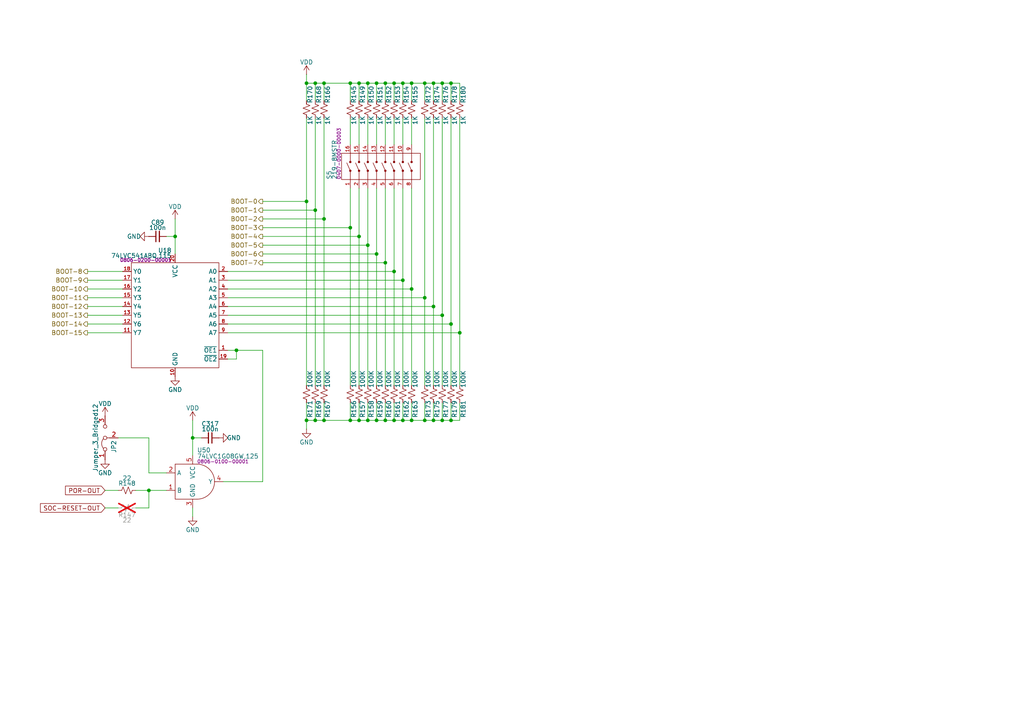
<source format=kicad_sch>
(kicad_sch
	(version 20250114)
	(generator "eeschema")
	(generator_version "9.0")
	(uuid "ff9c8ea3-b302-4235-b835-7dde07c88136")
	(paper "A4")
	(title_block
		(title "Benchy Motherboard AM625 - Boot Config")
		(rev "REV1")
		(company "Daxxn Industries")
		(comment 4 "Small net labels (≤0.65) are for clarity and do not connect to other nets.")
	)
	(lib_symbols
		(symbol "DX_Capacitor_Ceramic:CL05A104KA5NNNC"
			(pin_numbers
				(hide yes)
			)
			(pin_names
				(hide yes)
			)
			(exclude_from_sim no)
			(in_bom yes)
			(on_board yes)
			(property "Reference" "C"
				(at 2.794 1.778 0)
				(effects
					(font
						(size 1.27 1.27)
					)
					(justify left)
				)
			)
			(property "Value" "100n"
				(at 2.794 0 0)
				(effects
					(font
						(size 1.27 1.27)
					)
					(justify left)
				)
			)
			(property "Footprint" "Daxxn_Standard_Capacitors:CAP_0402"
				(at 1.016 8.128 0)
				(effects
					(font
						(size 1.27 1.27)
					)
					(hide yes)
				)
			)
			(property "Datasheet" "${DATASHEETS}/CL05A104KA5NNNC.pdf"
				(at 1.016 9.906 0)
				(effects
					(font
						(size 1.27 1.27)
					)
					(hide yes)
				)
			)
			(property "Description" "CAP CER 100nF 0.1UF 25V X5R 0402"
				(at 0 11.684 0)
				(effects
					(font
						(size 1.27 1.27)
					)
					(hide yes)
				)
			)
			(property "PartNumber" "0201-0100-00086"
				(at 0 6.35 0)
				(effects
					(font
						(size 1.27 1.27)
					)
					(hide yes)
				)
			)
			(symbol "CL05A104KA5NNNC_0_1"
				(polyline
					(pts
						(xy -1.524 0.508) (xy 1.524 0.508)
					)
					(stroke
						(width 0.3048)
						(type default)
					)
					(fill
						(type none)
					)
				)
				(polyline
					(pts
						(xy -1.524 -0.508) (xy 1.524 -0.508)
					)
					(stroke
						(width 0.3302)
						(type default)
					)
					(fill
						(type none)
					)
				)
			)
			(symbol "CL05A104KA5NNNC_1_1"
				(pin passive line
					(at 0 2.54 270)
					(length 2.032)
					(name "~"
						(effects
							(font
								(size 1.27 1.27)
							)
						)
					)
					(number "1"
						(effects
							(font
								(size 1.27 1.27)
							)
						)
					)
				)
				(pin passive line
					(at 0 -2.54 90)
					(length 2.032)
					(name "~"
						(effects
							(font
								(size 1.27 1.27)
							)
						)
					)
					(number "2"
						(effects
							(font
								(size 1.27 1.27)
							)
						)
					)
				)
			)
			(embedded_fonts no)
		)
		(symbol "DX_Control_Slide:219-8MSTR"
			(pin_names
				(hide yes)
			)
			(exclude_from_sim no)
			(in_bom yes)
			(on_board yes)
			(property "Reference" "S"
				(at 0 3.556 0)
				(effects
					(font
						(size 1.27 1.27)
					)
					(justify left)
				)
			)
			(property "Value" "219-8MSTR"
				(at 0 2.032 0)
				(effects
					(font
						(size 1.27 1.27)
					)
					(justify left)
				)
			)
			(property "Footprint" "Daxxn_Controls_Switches:219-8MSTR"
				(at 0 10.922 0)
				(effects
					(font
						(size 1.27 1.27)
					)
					(hide yes)
				)
			)
			(property "Datasheet" "${DATASHEETS}/CTS-219.pdf"
				(at 0 7.62 0)
				(effects
					(font
						(size 1.27 1.27)
					)
					(hide yes)
				)
			)
			(property "Description" "SWITCH SLIDE DIP SPST 100MA 20V"
				(at 0 9.398 0)
				(effects
					(font
						(size 1.27 1.27)
					)
					(hide yes)
				)
			)
			(property "PartNumber" "0407-0000-00003"
				(at 0 0.762 0)
				(effects
					(font
						(size 1 1)
					)
					(justify left)
				)
			)
			(symbol "219-8MSTR_0_0"
				(pin passive line
					(at -2.54 -2.54 0)
					(length 2.54)
					(name "1A"
						(effects
							(font
								(size 1.27 1.27)
							)
						)
					)
					(number "1"
						(effects
							(font
								(size 0.9906 0.9906)
							)
						)
					)
				)
				(pin passive line
					(at -2.54 -5.08 0)
					(length 2.54)
					(name "2A"
						(effects
							(font
								(size 1.27 1.27)
							)
						)
					)
					(number "2"
						(effects
							(font
								(size 0.9906 0.9906)
							)
						)
					)
				)
				(pin passive line
					(at -2.54 -7.62 0)
					(length 2.54)
					(name "3A"
						(effects
							(font
								(size 1.27 1.27)
							)
						)
					)
					(number "3"
						(effects
							(font
								(size 0.9906 0.9906)
							)
						)
					)
				)
				(pin passive line
					(at -2.54 -10.16 0)
					(length 2.54)
					(name "4A"
						(effects
							(font
								(size 1.27 1.27)
							)
						)
					)
					(number "4"
						(effects
							(font
								(size 0.9906 0.9906)
							)
						)
					)
				)
				(pin passive line
					(at -2.54 -12.7 0)
					(length 2.54)
					(name "5A"
						(effects
							(font
								(size 1.27 1.27)
							)
						)
					)
					(number "5"
						(effects
							(font
								(size 0.9906 0.9906)
							)
						)
					)
				)
				(pin passive line
					(at -2.54 -15.24 0)
					(length 2.54)
					(name "6A"
						(effects
							(font
								(size 1.27 1.27)
							)
						)
					)
					(number "6"
						(effects
							(font
								(size 0.9906 0.9906)
							)
						)
					)
				)
				(pin passive line
					(at -2.54 -17.78 0)
					(length 2.54)
					(name "7A"
						(effects
							(font
								(size 1.27 1.27)
							)
						)
					)
					(number "7"
						(effects
							(font
								(size 0.9906 0.9906)
							)
						)
					)
				)
				(pin passive line
					(at -2.54 -20.32 0)
					(length 2.54)
					(name "8A"
						(effects
							(font
								(size 1.27 1.27)
							)
						)
					)
					(number "8"
						(effects
							(font
								(size 0.9906 0.9906)
							)
						)
					)
				)
				(pin passive line
					(at 10.16 -2.54 180)
					(length 2.54)
					(name "1B"
						(effects
							(font
								(size 1.27 1.27)
							)
						)
					)
					(number "16"
						(effects
							(font
								(size 0.9906 0.9906)
							)
						)
					)
				)
				(pin passive line
					(at 10.16 -5.08 180)
					(length 2.54)
					(name "2B"
						(effects
							(font
								(size 1.27 1.27)
							)
						)
					)
					(number "15"
						(effects
							(font
								(size 0.9906 0.9906)
							)
						)
					)
				)
				(pin passive line
					(at 10.16 -7.62 180)
					(length 2.54)
					(name "3B"
						(effects
							(font
								(size 1.27 1.27)
							)
						)
					)
					(number "14"
						(effects
							(font
								(size 0.9906 0.9906)
							)
						)
					)
				)
				(pin passive line
					(at 10.16 -10.16 180)
					(length 2.54)
					(name "4B"
						(effects
							(font
								(size 1.27 1.27)
							)
						)
					)
					(number "13"
						(effects
							(font
								(size 0.9906 0.9906)
							)
						)
					)
				)
				(pin passive line
					(at 10.16 -12.7 180)
					(length 2.54)
					(name "5B"
						(effects
							(font
								(size 1.27 1.27)
							)
						)
					)
					(number "12"
						(effects
							(font
								(size 0.9906 0.9906)
							)
						)
					)
				)
				(pin passive line
					(at 10.16 -15.24 180)
					(length 2.54)
					(name "6B"
						(effects
							(font
								(size 1.27 1.27)
							)
						)
					)
					(number "11"
						(effects
							(font
								(size 0.9906 0.9906)
							)
						)
					)
				)
				(pin passive line
					(at 10.16 -17.78 180)
					(length 2.54)
					(name "7B"
						(effects
							(font
								(size 1.27 1.27)
							)
						)
					)
					(number "10"
						(effects
							(font
								(size 0.9906 0.9906)
							)
						)
					)
				)
				(pin passive line
					(at 10.16 -20.32 180)
					(length 2.54)
					(name "8B"
						(effects
							(font
								(size 1.27 1.27)
							)
						)
					)
					(number "9"
						(effects
							(font
								(size 0.9906 0.9906)
							)
						)
					)
				)
			)
			(symbol "219-8MSTR_0_1"
				(rectangle
					(start 0 0)
					(end 7.62 -22.86)
					(stroke
						(width 0)
						(type default)
					)
					(fill
						(type none)
					)
				)
				(polyline
					(pts
						(xy 2.54 -2.54) (xy 0 -2.54)
					)
					(stroke
						(width 0)
						(type default)
					)
					(fill
						(type none)
					)
				)
				(polyline
					(pts
						(xy 2.54 -5.08) (xy 0 -5.08)
					)
					(stroke
						(width 0)
						(type default)
					)
					(fill
						(type none)
					)
				)
				(polyline
					(pts
						(xy 2.54 -7.62) (xy 0 -7.62)
					)
					(stroke
						(width 0)
						(type default)
					)
					(fill
						(type none)
					)
				)
				(polyline
					(pts
						(xy 2.54 -10.16) (xy 0 -10.16)
					)
					(stroke
						(width 0)
						(type default)
					)
					(fill
						(type none)
					)
				)
				(polyline
					(pts
						(xy 2.54 -12.7) (xy 0 -12.7)
					)
					(stroke
						(width 0)
						(type default)
					)
					(fill
						(type none)
					)
				)
				(polyline
					(pts
						(xy 2.54 -15.24) (xy 0 -15.24)
					)
					(stroke
						(width 0)
						(type default)
					)
					(fill
						(type none)
					)
				)
				(polyline
					(pts
						(xy 2.54 -17.78) (xy 0 -17.78)
					)
					(stroke
						(width 0)
						(type default)
					)
					(fill
						(type none)
					)
				)
				(polyline
					(pts
						(xy 2.54 -20.32) (xy 0 -20.32)
					)
					(stroke
						(width 0)
						(type default)
					)
					(fill
						(type none)
					)
				)
				(polyline
					(pts
						(xy 5.08 -2.54) (xy 7.62 -2.54)
					)
					(stroke
						(width 0)
						(type default)
					)
					(fill
						(type none)
					)
				)
				(polyline
					(pts
						(xy 5.08 -5.08) (xy 7.62 -5.08)
					)
					(stroke
						(width 0)
						(type default)
					)
					(fill
						(type none)
					)
				)
				(polyline
					(pts
						(xy 5.08 -7.62) (xy 7.62 -7.62)
					)
					(stroke
						(width 0)
						(type default)
					)
					(fill
						(type none)
					)
				)
				(polyline
					(pts
						(xy 5.08 -10.16) (xy 7.62 -10.16)
					)
					(stroke
						(width 0)
						(type default)
					)
					(fill
						(type none)
					)
				)
				(polyline
					(pts
						(xy 5.08 -12.7) (xy 7.62 -12.7)
					)
					(stroke
						(width 0)
						(type default)
					)
					(fill
						(type none)
					)
				)
				(polyline
					(pts
						(xy 5.08 -15.24) (xy 7.62 -15.24)
					)
					(stroke
						(width 0)
						(type default)
					)
					(fill
						(type none)
					)
				)
				(polyline
					(pts
						(xy 5.08 -17.78) (xy 7.62 -17.78)
					)
					(stroke
						(width 0)
						(type default)
					)
					(fill
						(type none)
					)
				)
				(polyline
					(pts
						(xy 5.08 -20.32) (xy 7.62 -20.32)
					)
					(stroke
						(width 0)
						(type default)
					)
					(fill
						(type none)
					)
				)
			)
			(symbol "219-8MSTR_1_1"
				(polyline
					(pts
						(xy 2.54 -2.54) (xy 4.826 -1.524)
					)
					(stroke
						(width 0)
						(type default)
					)
					(fill
						(type none)
					)
				)
				(circle
					(center 2.54 -2.54)
					(radius 0.254)
					(stroke
						(width 0)
						(type default)
					)
					(fill
						(type outline)
					)
				)
				(polyline
					(pts
						(xy 2.54 -5.08) (xy 4.826 -4.064)
					)
					(stroke
						(width 0)
						(type default)
					)
					(fill
						(type none)
					)
				)
				(circle
					(center 2.54 -5.08)
					(radius 0.254)
					(stroke
						(width 0)
						(type default)
					)
					(fill
						(type outline)
					)
				)
				(polyline
					(pts
						(xy 2.54 -7.62) (xy 4.826 -6.604)
					)
					(stroke
						(width 0)
						(type default)
					)
					(fill
						(type none)
					)
				)
				(circle
					(center 2.54 -7.62)
					(radius 0.254)
					(stroke
						(width 0)
						(type default)
					)
					(fill
						(type outline)
					)
				)
				(polyline
					(pts
						(xy 2.54 -10.16) (xy 4.826 -9.144)
					)
					(stroke
						(width 0)
						(type default)
					)
					(fill
						(type none)
					)
				)
				(circle
					(center 2.54 -10.16)
					(radius 0.254)
					(stroke
						(width 0)
						(type default)
					)
					(fill
						(type outline)
					)
				)
				(polyline
					(pts
						(xy 2.54 -12.7) (xy 4.826 -11.684)
					)
					(stroke
						(width 0)
						(type default)
					)
					(fill
						(type none)
					)
				)
				(circle
					(center 2.54 -12.7)
					(radius 0.254)
					(stroke
						(width 0)
						(type default)
					)
					(fill
						(type outline)
					)
				)
				(polyline
					(pts
						(xy 2.54 -15.24) (xy 4.826 -14.224)
					)
					(stroke
						(width 0)
						(type default)
					)
					(fill
						(type none)
					)
				)
				(circle
					(center 2.54 -15.24)
					(radius 0.254)
					(stroke
						(width 0)
						(type default)
					)
					(fill
						(type outline)
					)
				)
				(polyline
					(pts
						(xy 2.54 -17.78) (xy 4.826 -16.764)
					)
					(stroke
						(width 0)
						(type default)
					)
					(fill
						(type none)
					)
				)
				(circle
					(center 2.54 -17.78)
					(radius 0.254)
					(stroke
						(width 0)
						(type default)
					)
					(fill
						(type outline)
					)
				)
				(polyline
					(pts
						(xy 2.54 -20.32) (xy 4.826 -19.304)
					)
					(stroke
						(width 0)
						(type default)
					)
					(fill
						(type none)
					)
				)
				(circle
					(center 2.54 -20.32)
					(radius 0.254)
					(stroke
						(width 0)
						(type default)
					)
					(fill
						(type outline)
					)
				)
				(circle
					(center 5.08 -2.54)
					(radius 0.254)
					(stroke
						(width 0)
						(type default)
					)
					(fill
						(type outline)
					)
				)
				(circle
					(center 5.08 -5.08)
					(radius 0.254)
					(stroke
						(width 0)
						(type default)
					)
					(fill
						(type outline)
					)
				)
				(circle
					(center 5.08 -7.62)
					(radius 0.254)
					(stroke
						(width 0)
						(type default)
					)
					(fill
						(type outline)
					)
				)
				(circle
					(center 5.08 -10.16)
					(radius 0.254)
					(stroke
						(width 0)
						(type default)
					)
					(fill
						(type outline)
					)
				)
				(circle
					(center 5.08 -12.7)
					(radius 0.254)
					(stroke
						(width 0)
						(type default)
					)
					(fill
						(type outline)
					)
				)
				(circle
					(center 5.08 -15.24)
					(radius 0.254)
					(stroke
						(width 0)
						(type default)
					)
					(fill
						(type outline)
					)
				)
				(circle
					(center 5.08 -17.78)
					(radius 0.254)
					(stroke
						(width 0)
						(type default)
					)
					(fill
						(type outline)
					)
				)
				(circle
					(center 5.08 -20.32)
					(radius 0.254)
					(stroke
						(width 0)
						(type default)
					)
					(fill
						(type outline)
					)
				)
			)
			(embedded_fonts no)
		)
		(symbol "DX_IC_Logic_AND:74LVC1G08GW,125"
			(exclude_from_sim no)
			(in_bom yes)
			(on_board yes)
			(property "Reference" "U"
				(at 1.27 9.144 0)
				(effects
					(font
						(size 1.27 1.27)
					)
					(justify left)
				)
			)
			(property "Value" "74LVC1G08GW,125"
				(at 1.27 7.366 0)
				(effects
					(font
						(size 1.27 1.27)
					)
					(justify left)
				)
			)
			(property "Footprint" "Daxxn_Packages:SOT-353_SC-70-5"
				(at 0 14.224 0)
				(effects
					(font
						(size 1.27 1.27)
					)
					(hide yes)
				)
			)
			(property "Datasheet" "${DATASHEETS}\\74LVC1G08.pdf"
				(at 0 15.748 0)
				(effects
					(font
						(size 1.27 1.27)
					)
					(hide yes)
				)
			)
			(property "Description" "IC GATE AND 1CH 2-INP SC-70-5"
				(at 0 12.7 0)
				(effects
					(font
						(size 1.27 1.27)
					)
					(hide yes)
				)
			)
			(property "PartNumber" "0806-0100-00001"
				(at 1.27 5.842 0)
				(effects
					(font
						(size 1 1)
					)
					(justify left)
				)
			)
			(property "ki_keywords" "1-ch single and gate logic cmos 2-input 2-in"
				(at 0 0 0)
				(effects
					(font
						(size 1.27 1.27)
					)
					(hide yes)
				)
			)
			(symbol "74LVC1G08GW,125_0_0"
				(pin input line
					(at -7.62 2.54 0)
					(length 2.54)
					(name "A"
						(effects
							(font
								(size 1.27 1.27)
							)
						)
					)
					(number "2"
						(effects
							(font
								(size 1.27 1.27)
							)
						)
					)
				)
				(pin input line
					(at -7.62 -2.54 0)
					(length 2.54)
					(name "B"
						(effects
							(font
								(size 1.27 1.27)
							)
						)
					)
					(number "1"
						(effects
							(font
								(size 1.27 1.27)
							)
						)
					)
				)
				(pin power_in line
					(at 0 7.62 270)
					(length 2.54)
					(name "VCC"
						(effects
							(font
								(size 1.27 1.27)
							)
						)
					)
					(number "5"
						(effects
							(font
								(size 1.27 1.27)
							)
						)
					)
				)
				(pin power_in line
					(at 0 -7.62 90)
					(length 2.54)
					(name "GND"
						(effects
							(font
								(size 1.27 1.27)
							)
						)
					)
					(number "3"
						(effects
							(font
								(size 1.27 1.27)
							)
						)
					)
				)
				(pin output line
					(at 8.89 0 180)
					(length 2.54)
					(name "Y"
						(effects
							(font
								(size 1.27 1.27)
							)
						)
					)
					(number "4"
						(effects
							(font
								(size 1.27 1.27)
							)
						)
					)
				)
			)
			(symbol "74LVC1G08GW,125_1_1"
				(polyline
					(pts
						(xy -5.08 5.08) (xy 1.27 5.08)
					)
					(stroke
						(width 0)
						(type default)
					)
					(fill
						(type none)
					)
				)
				(polyline
					(pts
						(xy -5.08 5.08) (xy -5.08 -5.08) (xy 1.27 -5.08)
					)
					(stroke
						(width 0)
						(type default)
					)
					(fill
						(type none)
					)
				)
				(arc
					(start 1.27 5.08)
					(mid 4.8621 3.5921)
					(end 6.35 0)
					(stroke
						(width 0)
						(type default)
					)
					(fill
						(type none)
					)
				)
				(arc
					(start 6.35 0)
					(mid 4.8621 -3.5921)
					(end 1.27 -5.08)
					(stroke
						(width 0)
						(type default)
					)
					(fill
						(type none)
					)
				)
			)
			(embedded_fonts no)
		)
		(symbol "DX_IC_Logic_Buffer:74LVC541ABQ,115"
			(exclude_from_sim no)
			(in_bom yes)
			(on_board yes)
			(property "Reference" "U"
				(at 13.716 4.064 0)
				(effects
					(font
						(size 1.27 1.27)
					)
					(justify left)
				)
			)
			(property "Value" "74LVC541ABQ,115"
				(at 13.716 2.286 0)
				(effects
					(font
						(size 1.27 1.27)
					)
					(justify left)
				)
			)
			(property "Footprint" "Daxxn_Packages:DHVQFN-20"
				(at 0 9.398 0)
				(effects
					(font
						(size 1.27 1.27)
					)
					(hide yes)
				)
			)
			(property "Datasheet" "${DATASHEETS}/74LVC541A.pdf"
				(at 0 7.62 0)
				(effects
					(font
						(size 1.27 1.27)
					)
					(hide yes)
				)
			)
			(property "Description" "IC BUF NON-INVERT 3.6V 20DHVQFN"
				(at 0 6.096 0)
				(effects
					(font
						(size 1.27 1.27)
					)
					(hide yes)
				)
			)
			(property "PartNumber" "0806-0200-00001"
				(at 13.716 0.762 0)
				(effects
					(font
						(size 1 1)
					)
					(justify left)
				)
			)
			(symbol "74LVC541ABQ,115_0_0"
				(pin input line
					(at -2.54 -2.54 0)
					(length 2.54)
					(name "A0"
						(effects
							(font
								(size 1.27 1.27)
							)
						)
					)
					(number "2"
						(effects
							(font
								(size 0.9906 0.9906)
							)
						)
					)
				)
				(pin input line
					(at -2.54 -5.08 0)
					(length 2.54)
					(name "A1"
						(effects
							(font
								(size 1.27 1.27)
							)
						)
					)
					(number "3"
						(effects
							(font
								(size 0.9906 0.9906)
							)
						)
					)
				)
				(pin input line
					(at -2.54 -7.62 0)
					(length 2.54)
					(name "A2"
						(effects
							(font
								(size 1.27 1.27)
							)
						)
					)
					(number "4"
						(effects
							(font
								(size 0.9906 0.9906)
							)
						)
					)
				)
				(pin input line
					(at -2.54 -10.16 0)
					(length 2.54)
					(name "A3"
						(effects
							(font
								(size 1.27 1.27)
							)
						)
					)
					(number "5"
						(effects
							(font
								(size 0.9906 0.9906)
							)
						)
					)
				)
				(pin input line
					(at -2.54 -12.7 0)
					(length 2.54)
					(name "A4"
						(effects
							(font
								(size 1.27 1.27)
							)
						)
					)
					(number "6"
						(effects
							(font
								(size 0.9906 0.9906)
							)
						)
					)
				)
				(pin input line
					(at -2.54 -15.24 0)
					(length 2.54)
					(name "A5"
						(effects
							(font
								(size 1.27 1.27)
							)
						)
					)
					(number "7"
						(effects
							(font
								(size 0.9906 0.9906)
							)
						)
					)
				)
				(pin input line
					(at -2.54 -17.78 0)
					(length 2.54)
					(name "A6"
						(effects
							(font
								(size 1.27 1.27)
							)
						)
					)
					(number "8"
						(effects
							(font
								(size 0.9906 0.9906)
							)
						)
					)
				)
				(pin input line
					(at -2.54 -20.32 0)
					(length 2.54)
					(name "A7"
						(effects
							(font
								(size 1.27 1.27)
							)
						)
					)
					(number "9"
						(effects
							(font
								(size 0.9906 0.9906)
							)
						)
					)
				)
				(pin power_in line
					(at 12.7 2.54 270)
					(length 2.54)
					(name "VCC"
						(effects
							(font
								(size 1.27 1.27)
							)
						)
					)
					(number "20"
						(effects
							(font
								(size 0.9906 0.9906)
							)
						)
					)
				)
				(pin power_in line
					(at 12.7 -33.02 90)
					(length 2.54)
					(name "GND"
						(effects
							(font
								(size 1.27 1.27)
							)
						)
					)
					(number "10"
						(effects
							(font
								(size 0.9906 0.9906)
							)
						)
					)
				)
				(pin power_in line
					(at 12.7 -33.02 90)
					(length 2.54)
					(hide yes)
					(name "GND"
						(effects
							(font
								(size 1.27 1.27)
							)
						)
					)
					(number "21"
						(effects
							(font
								(size 0.9906 0.9906)
							)
						)
					)
				)
				(pin output line
					(at 27.94 -2.54 180)
					(length 2.54)
					(name "Y0"
						(effects
							(font
								(size 1.27 1.27)
							)
						)
					)
					(number "18"
						(effects
							(font
								(size 0.9906 0.9906)
							)
						)
					)
				)
				(pin output line
					(at 27.94 -5.08 180)
					(length 2.54)
					(name "Y1"
						(effects
							(font
								(size 1.27 1.27)
							)
						)
					)
					(number "17"
						(effects
							(font
								(size 0.9906 0.9906)
							)
						)
					)
				)
				(pin output line
					(at 27.94 -7.62 180)
					(length 2.54)
					(name "Y2"
						(effects
							(font
								(size 1.27 1.27)
							)
						)
					)
					(number "16"
						(effects
							(font
								(size 0.9906 0.9906)
							)
						)
					)
				)
				(pin output line
					(at 27.94 -10.16 180)
					(length 2.54)
					(name "Y3"
						(effects
							(font
								(size 1.27 1.27)
							)
						)
					)
					(number "15"
						(effects
							(font
								(size 0.9906 0.9906)
							)
						)
					)
				)
				(pin output line
					(at 27.94 -12.7 180)
					(length 2.54)
					(name "Y4"
						(effects
							(font
								(size 1.27 1.27)
							)
						)
					)
					(number "14"
						(effects
							(font
								(size 0.9906 0.9906)
							)
						)
					)
				)
				(pin output line
					(at 27.94 -15.24 180)
					(length 2.54)
					(name "Y5"
						(effects
							(font
								(size 1.27 1.27)
							)
						)
					)
					(number "13"
						(effects
							(font
								(size 0.9906 0.9906)
							)
						)
					)
				)
				(pin output line
					(at 27.94 -17.78 180)
					(length 2.54)
					(name "Y6"
						(effects
							(font
								(size 1.27 1.27)
							)
						)
					)
					(number "12"
						(effects
							(font
								(size 0.9906 0.9906)
							)
						)
					)
				)
				(pin output line
					(at 27.94 -20.32 180)
					(length 2.54)
					(name "Y7"
						(effects
							(font
								(size 1.27 1.27)
							)
						)
					)
					(number "11"
						(effects
							(font
								(size 0.9906 0.9906)
							)
						)
					)
				)
			)
			(symbol "74LVC541ABQ,115_0_1"
				(rectangle
					(start 0 0)
					(end 25.4 -30.48)
					(stroke
						(width 0)
						(type default)
					)
					(fill
						(type none)
					)
				)
			)
			(symbol "74LVC541ABQ,115_1_0"
				(pin input line
					(at -2.54 -25.4 0)
					(length 2.54)
					(name "~{OE1}"
						(effects
							(font
								(size 1.27 1.27)
							)
						)
					)
					(number "1"
						(effects
							(font
								(size 0.9906 0.9906)
							)
						)
					)
				)
				(pin input line
					(at -2.54 -27.94 0)
					(length 2.54)
					(name "~{OE2}"
						(effects
							(font
								(size 1.27 1.27)
							)
						)
					)
					(number "19"
						(effects
							(font
								(size 0.9906 0.9906)
							)
						)
					)
				)
			)
			(embedded_fonts no)
		)
		(symbol "DX_Resistor:RC0402JR-071KL"
			(pin_numbers
				(hide yes)
			)
			(pin_names
				(offset 0.254)
				(hide yes)
			)
			(exclude_from_sim no)
			(in_bom yes)
			(on_board yes)
			(property "Reference" "R"
				(at 1.016 0.635 0)
				(effects
					(font
						(size 1.27 1.27)
					)
					(justify left)
				)
			)
			(property "Value" "1K"
				(at 1.016 -1.016 0)
				(effects
					(font
						(size 1.27 1.27)
					)
					(justify left)
				)
			)
			(property "Footprint" "Daxxn_Standard_Resistors:RES_0402"
				(at 0 5.334 0)
				(effects
					(font
						(size 1.27 1.27)
					)
					(hide yes)
				)
			)
			(property "Datasheet" "${DATASHEETS}/RC-Series.pdf"
				(at 0 6.35 0)
				(effects
					(font
						(size 1.27 1.27)
					)
					(hide yes)
				)
			)
			(property "Description" "RES 1K OHM 5% 1/16W 0402"
				(at 0 3.81 0)
				(effects
					(font
						(size 1.27 1.27)
					)
					(hide yes)
				)
			)
			(property "PartNumber" "0204-0000-00032"
				(at 0 7.874 0)
				(effects
					(font
						(size 1.27 1.27)
					)
					(hide yes)
				)
			)
			(property "ki_keywords" "r resistor daxxn"
				(at 0 0 0)
				(effects
					(font
						(size 1.27 1.27)
					)
					(hide yes)
				)
			)
			(property "ki_fp_filters" "R_*"
				(at 0 0 0)
				(effects
					(font
						(size 1.27 1.27)
					)
					(hide yes)
				)
			)
			(symbol "RC0402JR-071KL_1_1"
				(polyline
					(pts
						(xy 0 1.524) (xy 1.016 1.143) (xy 0 0.762) (xy -1.016 0.381) (xy 0 0)
					)
					(stroke
						(width 0)
						(type default)
					)
					(fill
						(type none)
					)
				)
				(polyline
					(pts
						(xy 0 0) (xy 1.016 -0.381) (xy 0 -0.762) (xy -1.016 -1.143) (xy 0 -1.524)
					)
					(stroke
						(width 0)
						(type default)
					)
					(fill
						(type none)
					)
				)
				(pin passive line
					(at 0 2.54 270)
					(length 1.016)
					(name "~"
						(effects
							(font
								(size 1.27 1.27)
							)
						)
					)
					(number "1"
						(effects
							(font
								(size 1.27 1.27)
							)
						)
					)
				)
				(pin passive line
					(at 0 -2.54 90)
					(length 1.016)
					(name "~"
						(effects
							(font
								(size 1.27 1.27)
							)
						)
					)
					(number "2"
						(effects
							(font
								(size 1.27 1.27)
							)
						)
					)
				)
			)
			(embedded_fonts no)
		)
		(symbol "DX_Resistor:RC0402JR-0722RL"
			(pin_numbers
				(hide yes)
			)
			(pin_names
				(offset 0.254)
				(hide yes)
			)
			(exclude_from_sim no)
			(in_bom yes)
			(on_board yes)
			(property "Reference" "R"
				(at 1.016 0.635 0)
				(effects
					(font
						(size 1.27 1.27)
					)
					(justify left)
				)
			)
			(property "Value" "22"
				(at 1.016 -1.016 0)
				(effects
					(font
						(size 1.27 1.27)
					)
					(justify left)
				)
			)
			(property "Footprint" "Daxxn_Standard_Resistors:RES_0402"
				(at 0 5.334 0)
				(effects
					(font
						(size 1.27 1.27)
					)
					(hide yes)
				)
			)
			(property "Datasheet" "${DATASHEETS}/RC-Series.pdf"
				(at 0 6.35 0)
				(effects
					(font
						(size 1.27 1.27)
					)
					(hide yes)
				)
			)
			(property "Description" "RES 22 OHM 5% 1/16W 0402"
				(at 0 3.81 0)
				(effects
					(font
						(size 1.27 1.27)
					)
					(hide yes)
				)
			)
			(property "PartNumber" "0204-0000-00043"
				(at 0 8.128 0)
				(effects
					(font
						(size 1.27 1.27)
					)
					(hide yes)
				)
			)
			(property "ki_keywords" "r resistor daxxn"
				(at 0 0 0)
				(effects
					(font
						(size 1.27 1.27)
					)
					(hide yes)
				)
			)
			(property "ki_fp_filters" "R_*"
				(at 0 0 0)
				(effects
					(font
						(size 1.27 1.27)
					)
					(hide yes)
				)
			)
			(symbol "RC0402JR-0722RL_1_1"
				(polyline
					(pts
						(xy 0 1.524) (xy 1.016 1.143) (xy 0 0.762) (xy -1.016 0.381) (xy 0 0)
					)
					(stroke
						(width 0)
						(type default)
					)
					(fill
						(type none)
					)
				)
				(polyline
					(pts
						(xy 0 0) (xy 1.016 -0.381) (xy 0 -0.762) (xy -1.016 -1.143) (xy 0 -1.524)
					)
					(stroke
						(width 0)
						(type default)
					)
					(fill
						(type none)
					)
				)
				(pin passive line
					(at 0 2.54 270)
					(length 1.016)
					(name "~"
						(effects
							(font
								(size 1.27 1.27)
							)
						)
					)
					(number "1"
						(effects
							(font
								(size 1.27 1.27)
							)
						)
					)
				)
				(pin passive line
					(at 0 -2.54 90)
					(length 1.016)
					(name "~"
						(effects
							(font
								(size 1.27 1.27)
							)
						)
					)
					(number "2"
						(effects
							(font
								(size 1.27 1.27)
							)
						)
					)
				)
			)
			(embedded_fonts no)
		)
		(symbol "DX_Resistor:RMCF0402FT100K"
			(pin_numbers
				(hide yes)
			)
			(pin_names
				(offset 0.254)
				(hide yes)
			)
			(exclude_from_sim no)
			(in_bom yes)
			(on_board yes)
			(property "Reference" "R"
				(at 1.016 0.635 0)
				(effects
					(font
						(size 1.27 1.27)
					)
					(justify left)
				)
			)
			(property "Value" "100K"
				(at 1.016 -1.016 0)
				(effects
					(font
						(size 1.27 1.27)
					)
					(justify left)
				)
			)
			(property "Footprint" "Daxxn_Standard_Resistors:RES_0402"
				(at 0 5.334 0)
				(effects
					(font
						(size 1.27 1.27)
					)
					(hide yes)
				)
			)
			(property "Datasheet" "${DATASHEETS}/SEI-RMCF_RMCP.pdf"
				(at 0 6.35 0)
				(effects
					(font
						(size 1.27 1.27)
					)
					(hide yes)
				)
			)
			(property "Description" "RES 100K OHM 1% 1/16W 0402"
				(at 0 3.81 0)
				(effects
					(font
						(size 1.27 1.27)
					)
					(hide yes)
				)
			)
			(property "PartNumber" "0204-0000-00013"
				(at 0 7.874 0)
				(effects
					(font
						(size 1.27 1.27)
					)
					(hide yes)
				)
			)
			(property "ki_keywords" "r resistor daxxn"
				(at 0 0 0)
				(effects
					(font
						(size 1.27 1.27)
					)
					(hide yes)
				)
			)
			(property "ki_fp_filters" "R_*"
				(at 0 0 0)
				(effects
					(font
						(size 1.27 1.27)
					)
					(hide yes)
				)
			)
			(symbol "RMCF0402FT100K_1_1"
				(polyline
					(pts
						(xy 0 1.524) (xy 1.016 1.143) (xy 0 0.762) (xy -1.016 0.381) (xy 0 0)
					)
					(stroke
						(width 0)
						(type default)
					)
					(fill
						(type none)
					)
				)
				(polyline
					(pts
						(xy 0 0) (xy 1.016 -0.381) (xy 0 -0.762) (xy -1.016 -1.143) (xy 0 -1.524)
					)
					(stroke
						(width 0)
						(type default)
					)
					(fill
						(type none)
					)
				)
				(pin passive line
					(at 0 2.54 270)
					(length 1.016)
					(name "~"
						(effects
							(font
								(size 1.27 1.27)
							)
						)
					)
					(number "1"
						(effects
							(font
								(size 1.27 1.27)
							)
						)
					)
				)
				(pin passive line
					(at 0 -2.54 90)
					(length 1.016)
					(name "~"
						(effects
							(font
								(size 1.27 1.27)
							)
						)
					)
					(number "2"
						(effects
							(font
								(size 1.27 1.27)
							)
						)
					)
				)
			)
			(embedded_fonts no)
		)
		(symbol "Jumper:Jumper_3_Bridged12"
			(pin_names
				(offset 0)
				(hide yes)
			)
			(exclude_from_sim yes)
			(in_bom no)
			(on_board yes)
			(property "Reference" "JP"
				(at -2.54 -2.54 0)
				(effects
					(font
						(size 1.27 1.27)
					)
				)
			)
			(property "Value" "Jumper_3_Bridged12"
				(at 0 2.794 0)
				(effects
					(font
						(size 1.27 1.27)
					)
				)
			)
			(property "Footprint" ""
				(at 0 0 0)
				(effects
					(font
						(size 1.27 1.27)
					)
					(hide yes)
				)
			)
			(property "Datasheet" "~"
				(at 0 0 0)
				(effects
					(font
						(size 1.27 1.27)
					)
					(hide yes)
				)
			)
			(property "Description" "Jumper, 3-pole, pins 1+2 closed/bridged"
				(at 0 0 0)
				(effects
					(font
						(size 1.27 1.27)
					)
					(hide yes)
				)
			)
			(property "ki_keywords" "Jumper SPDT"
				(at 0 0 0)
				(effects
					(font
						(size 1.27 1.27)
					)
					(hide yes)
				)
			)
			(property "ki_fp_filters" "Jumper* TestPoint*3Pads* TestPoint*Bridge*"
				(at 0 0 0)
				(effects
					(font
						(size 1.27 1.27)
					)
					(hide yes)
				)
			)
			(symbol "Jumper_3_Bridged12_0_0"
				(circle
					(center -3.302 0)
					(radius 0.508)
					(stroke
						(width 0)
						(type default)
					)
					(fill
						(type none)
					)
				)
				(circle
					(center 0 0)
					(radius 0.508)
					(stroke
						(width 0)
						(type default)
					)
					(fill
						(type none)
					)
				)
				(circle
					(center 3.302 0)
					(radius 0.508)
					(stroke
						(width 0)
						(type default)
					)
					(fill
						(type none)
					)
				)
			)
			(symbol "Jumper_3_Bridged12_0_1"
				(arc
					(start -3.048 0.508)
					(mid -1.651 0.9912)
					(end -0.254 0.508)
					(stroke
						(width 0)
						(type default)
					)
					(fill
						(type none)
					)
				)
				(polyline
					(pts
						(xy 0 -1.27) (xy 0 -0.508)
					)
					(stroke
						(width 0)
						(type default)
					)
					(fill
						(type none)
					)
				)
			)
			(symbol "Jumper_3_Bridged12_1_1"
				(pin passive line
					(at -6.35 0 0)
					(length 2.54)
					(name "A"
						(effects
							(font
								(size 1.27 1.27)
							)
						)
					)
					(number "1"
						(effects
							(font
								(size 1.27 1.27)
							)
						)
					)
				)
				(pin passive line
					(at 0 -3.81 90)
					(length 2.54)
					(name "C"
						(effects
							(font
								(size 1.27 1.27)
							)
						)
					)
					(number "2"
						(effects
							(font
								(size 1.27 1.27)
							)
						)
					)
				)
				(pin passive line
					(at 6.35 0 180)
					(length 2.54)
					(name "B"
						(effects
							(font
								(size 1.27 1.27)
							)
						)
					)
					(number "3"
						(effects
							(font
								(size 1.27 1.27)
							)
						)
					)
				)
			)
			(embedded_fonts no)
		)
		(symbol "power:GND"
			(power)
			(pin_numbers
				(hide yes)
			)
			(pin_names
				(offset 0)
				(hide yes)
			)
			(exclude_from_sim no)
			(in_bom yes)
			(on_board yes)
			(property "Reference" "#PWR"
				(at 0 -6.35 0)
				(effects
					(font
						(size 1.27 1.27)
					)
					(hide yes)
				)
			)
			(property "Value" "GND"
				(at 0 -3.81 0)
				(effects
					(font
						(size 1.27 1.27)
					)
				)
			)
			(property "Footprint" ""
				(at 0 0 0)
				(effects
					(font
						(size 1.27 1.27)
					)
					(hide yes)
				)
			)
			(property "Datasheet" ""
				(at 0 0 0)
				(effects
					(font
						(size 1.27 1.27)
					)
					(hide yes)
				)
			)
			(property "Description" "Power symbol creates a global label with name \"GND\" , ground"
				(at 0 0 0)
				(effects
					(font
						(size 1.27 1.27)
					)
					(hide yes)
				)
			)
			(property "ki_keywords" "global power"
				(at 0 0 0)
				(effects
					(font
						(size 1.27 1.27)
					)
					(hide yes)
				)
			)
			(symbol "GND_0_1"
				(polyline
					(pts
						(xy 0 0) (xy 0 -1.27) (xy 1.27 -1.27) (xy 0 -2.54) (xy -1.27 -1.27) (xy 0 -1.27)
					)
					(stroke
						(width 0)
						(type default)
					)
					(fill
						(type none)
					)
				)
			)
			(symbol "GND_1_1"
				(pin power_in line
					(at 0 0 270)
					(length 0)
					(name "~"
						(effects
							(font
								(size 1.27 1.27)
							)
						)
					)
					(number "1"
						(effects
							(font
								(size 1.27 1.27)
							)
						)
					)
				)
			)
			(embedded_fonts no)
		)
		(symbol "power:VDD"
			(power)
			(pin_numbers
				(hide yes)
			)
			(pin_names
				(offset 0)
				(hide yes)
			)
			(exclude_from_sim no)
			(in_bom yes)
			(on_board yes)
			(property "Reference" "#PWR"
				(at 0 -3.81 0)
				(effects
					(font
						(size 1.27 1.27)
					)
					(hide yes)
				)
			)
			(property "Value" "VDD"
				(at 0 3.556 0)
				(effects
					(font
						(size 1.27 1.27)
					)
				)
			)
			(property "Footprint" ""
				(at 0 0 0)
				(effects
					(font
						(size 1.27 1.27)
					)
					(hide yes)
				)
			)
			(property "Datasheet" ""
				(at 0 0 0)
				(effects
					(font
						(size 1.27 1.27)
					)
					(hide yes)
				)
			)
			(property "Description" "Power symbol creates a global label with name \"VDD\""
				(at 0 0 0)
				(effects
					(font
						(size 1.27 1.27)
					)
					(hide yes)
				)
			)
			(property "ki_keywords" "global power"
				(at 0 0 0)
				(effects
					(font
						(size 1.27 1.27)
					)
					(hide yes)
				)
			)
			(symbol "VDD_0_1"
				(polyline
					(pts
						(xy -0.762 1.27) (xy 0 2.54)
					)
					(stroke
						(width 0)
						(type default)
					)
					(fill
						(type none)
					)
				)
				(polyline
					(pts
						(xy 0 2.54) (xy 0.762 1.27)
					)
					(stroke
						(width 0)
						(type default)
					)
					(fill
						(type none)
					)
				)
				(polyline
					(pts
						(xy 0 0) (xy 0 2.54)
					)
					(stroke
						(width 0)
						(type default)
					)
					(fill
						(type none)
					)
				)
			)
			(symbol "VDD_1_1"
				(pin power_in line
					(at 0 0 90)
					(length 0)
					(name "~"
						(effects
							(font
								(size 1.27 1.27)
							)
						)
					)
					(number "1"
						(effects
							(font
								(size 1.27 1.27)
							)
						)
					)
				)
			)
			(embedded_fonts no)
		)
	)
	(junction
		(at 114.3 24.13)
		(diameter 0)
		(color 0 0 0 0)
		(uuid "01955c59-cee8-4937-88b1-7d9e0bf7a914")
	)
	(junction
		(at 123.19 24.13)
		(diameter 0)
		(color 0 0 0 0)
		(uuid "0294892c-06f9-4433-9a73-85fc21c32820")
	)
	(junction
		(at 106.68 71.12)
		(diameter 0)
		(color 0 0 0 0)
		(uuid "082916b3-f811-4f7c-a512-dbf0f951cd9c")
	)
	(junction
		(at 125.73 88.9)
		(diameter 0)
		(color 0 0 0 0)
		(uuid "0adf6c02-bb35-4bec-bfb1-bbb4f8db0a7d")
	)
	(junction
		(at 111.76 24.13)
		(diameter 0)
		(color 0 0 0 0)
		(uuid "0d8f84d9-007b-48b7-b383-6146b2a7faa0")
	)
	(junction
		(at 111.76 121.92)
		(diameter 0)
		(color 0 0 0 0)
		(uuid "1379f3e7-504c-4929-83e5-d273f1208588")
	)
	(junction
		(at 114.3 78.74)
		(diameter 0)
		(color 0 0 0 0)
		(uuid "13ced1c7-bf1a-44ab-ac14-3db4bb148436")
	)
	(junction
		(at 88.9 58.42)
		(diameter 0)
		(color 0 0 0 0)
		(uuid "1e9ec255-ea38-49e4-aafc-0e4945df009a")
	)
	(junction
		(at 91.44 24.13)
		(diameter 0)
		(color 0 0 0 0)
		(uuid "1ef7f125-78d4-47fb-a3f4-d2149a1867cf")
	)
	(junction
		(at 91.44 121.92)
		(diameter 0)
		(color 0 0 0 0)
		(uuid "24cb3aa4-997b-495f-992e-a597885f57d0")
	)
	(junction
		(at 130.81 93.98)
		(diameter 0)
		(color 0 0 0 0)
		(uuid "2929ada4-8a38-4ea1-87f5-fc20051007a2")
	)
	(junction
		(at 109.22 24.13)
		(diameter 0)
		(color 0 0 0 0)
		(uuid "2d78517f-222e-4e77-9c8a-a841d9a7a7a0")
	)
	(junction
		(at 104.14 24.13)
		(diameter 0)
		(color 0 0 0 0)
		(uuid "306218b9-7590-40f0-85d2-41fef395a452")
	)
	(junction
		(at 43.18 142.24)
		(diameter 0)
		(color 0 0 0 0)
		(uuid "3a9cdf1e-4eb7-4787-957d-dac733a9a941")
	)
	(junction
		(at 130.81 121.92)
		(diameter 0)
		(color 0 0 0 0)
		(uuid "3e5f0e21-ff49-45a2-a4e9-c068eb607f11")
	)
	(junction
		(at 91.44 60.96)
		(diameter 0)
		(color 0 0 0 0)
		(uuid "4f32cafd-5b0b-418f-956c-c3f2f87abb3b")
	)
	(junction
		(at 128.27 24.13)
		(diameter 0)
		(color 0 0 0 0)
		(uuid "5168e86c-6492-44e9-9ea7-ba13578e2d1b")
	)
	(junction
		(at 125.73 24.13)
		(diameter 0)
		(color 0 0 0 0)
		(uuid "55aeec3a-f9ed-401e-97e1-e8a93432de55")
	)
	(junction
		(at 104.14 68.58)
		(diameter 0)
		(color 0 0 0 0)
		(uuid "593b660f-6426-424c-baf4-a80ca034d40d")
	)
	(junction
		(at 133.35 96.52)
		(diameter 0)
		(color 0 0 0 0)
		(uuid "594fb285-d9f6-4115-8bca-addfb68bca36")
	)
	(junction
		(at 119.38 24.13)
		(diameter 0)
		(color 0 0 0 0)
		(uuid "5f3a313b-f917-4a90-bb52-792441d77444")
	)
	(junction
		(at 116.84 81.28)
		(diameter 0)
		(color 0 0 0 0)
		(uuid "644ea12b-25f6-4927-8d8c-d501c6eb6012")
	)
	(junction
		(at 109.22 73.66)
		(diameter 0)
		(color 0 0 0 0)
		(uuid "70015685-252b-44cb-90f8-5f19c27f24f6")
	)
	(junction
		(at 123.19 86.36)
		(diameter 0)
		(color 0 0 0 0)
		(uuid "701ab7bf-c338-4a53-aaf8-44e40081a27f")
	)
	(junction
		(at 104.14 121.92)
		(diameter 0)
		(color 0 0 0 0)
		(uuid "7b64e474-49a6-4b25-9ded-9a6331a32af6")
	)
	(junction
		(at 114.3 121.92)
		(diameter 0)
		(color 0 0 0 0)
		(uuid "81aeb0e4-7fe7-4b06-80ae-fc3fa39d15f7")
	)
	(junction
		(at 93.98 121.92)
		(diameter 0)
		(color 0 0 0 0)
		(uuid "85804810-ef4f-4a04-b897-d7f6ff76c60f")
	)
	(junction
		(at 116.84 121.92)
		(diameter 0)
		(color 0 0 0 0)
		(uuid "90eeef23-1d65-443c-9662-b0599fcd56f8")
	)
	(junction
		(at 93.98 24.13)
		(diameter 0)
		(color 0 0 0 0)
		(uuid "942e8fd8-9063-44cb-94e8-6dbe615916e5")
	)
	(junction
		(at 106.68 24.13)
		(diameter 0)
		(color 0 0 0 0)
		(uuid "97b21085-b7d2-4840-b357-687d6689d06f")
	)
	(junction
		(at 50.8 68.58)
		(diameter 0)
		(color 0 0 0 0)
		(uuid "9b8899e9-6399-400d-85f6-2c6ec9359306")
	)
	(junction
		(at 68.58 101.6)
		(diameter 0)
		(color 0 0 0 0)
		(uuid "9c8245ee-8400-4930-befe-0f657dcb87a2")
	)
	(junction
		(at 128.27 91.44)
		(diameter 0)
		(color 0 0 0 0)
		(uuid "a00e870e-aed6-4ba8-a720-354c70f4d2d2")
	)
	(junction
		(at 101.6 24.13)
		(diameter 0)
		(color 0 0 0 0)
		(uuid "a0e198c0-563e-4adb-8beb-e110a70bbe02")
	)
	(junction
		(at 88.9 24.13)
		(diameter 0)
		(color 0 0 0 0)
		(uuid "bfedf3b7-606c-43d7-8181-85c9d0f5746d")
	)
	(junction
		(at 123.19 121.92)
		(diameter 0)
		(color 0 0 0 0)
		(uuid "d0164279-21a2-4fbf-a6b9-e8661de5f9aa")
	)
	(junction
		(at 106.68 121.92)
		(diameter 0)
		(color 0 0 0 0)
		(uuid "d2610eb0-3df2-46d9-938b-e5f7eccb1e91")
	)
	(junction
		(at 128.27 121.92)
		(diameter 0)
		(color 0 0 0 0)
		(uuid "d35aa298-53aa-4a23-ac43-27d9b3406fa4")
	)
	(junction
		(at 125.73 121.92)
		(diameter 0)
		(color 0 0 0 0)
		(uuid "d9a27e7e-5404-4a6c-afc5-36feb66e8421")
	)
	(junction
		(at 88.9 121.92)
		(diameter 0)
		(color 0 0 0 0)
		(uuid "dfdff500-727e-48a4-a275-44c27b6c9700")
	)
	(junction
		(at 111.76 76.2)
		(diameter 0)
		(color 0 0 0 0)
		(uuid "e187930c-ab1b-4479-8eb9-815121827668")
	)
	(junction
		(at 101.6 121.92)
		(diameter 0)
		(color 0 0 0 0)
		(uuid "e5315abe-2586-41c9-b233-06ccdff52975")
	)
	(junction
		(at 119.38 121.92)
		(diameter 0)
		(color 0 0 0 0)
		(uuid "f16b16b3-b44a-42c2-b221-fad9203285c3")
	)
	(junction
		(at 55.88 127)
		(diameter 0)
		(color 0 0 0 0)
		(uuid "f3a5f62b-a289-41d3-9742-43d43545aa13")
	)
	(junction
		(at 109.22 121.92)
		(diameter 0)
		(color 0 0 0 0)
		(uuid "f3b75cf5-a05a-46dd-b600-68c2045b39cb")
	)
	(junction
		(at 119.38 83.82)
		(diameter 0)
		(color 0 0 0 0)
		(uuid "f663e033-8ad7-45b9-ba9b-04bb80d8cd6e")
	)
	(junction
		(at 93.98 63.5)
		(diameter 0)
		(color 0 0 0 0)
		(uuid "faf4a7e2-82ec-4474-b97b-5aa85cf88cdd")
	)
	(junction
		(at 101.6 66.04)
		(diameter 0)
		(color 0 0 0 0)
		(uuid "fd29bdc8-13f6-4dea-9a80-f942fbe6e8a5")
	)
	(junction
		(at 116.84 24.13)
		(diameter 0)
		(color 0 0 0 0)
		(uuid "fd646eff-8659-414f-bd46-a7bb9f6222ce")
	)
	(junction
		(at 130.81 24.13)
		(diameter 0)
		(color 0 0 0 0)
		(uuid "ffb41be5-d635-4bbf-ab22-106ac6dcfacb")
	)
	(wire
		(pts
			(xy 104.14 116.84) (xy 104.14 121.92)
		)
		(stroke
			(width 0)
			(type default)
		)
		(uuid "0049a84e-5002-42d9-9629-229e6b9a1269")
	)
	(wire
		(pts
			(xy 116.84 116.84) (xy 116.84 121.92)
		)
		(stroke
			(width 0)
			(type default)
		)
		(uuid "01219ef1-f903-4cf7-a870-ee8ac256825e")
	)
	(wire
		(pts
			(xy 128.27 121.92) (xy 125.73 121.92)
		)
		(stroke
			(width 0)
			(type default)
		)
		(uuid "02cc445e-70a6-4712-a2ee-c93e839bb2e8")
	)
	(wire
		(pts
			(xy 66.04 93.98) (xy 130.81 93.98)
		)
		(stroke
			(width 0)
			(type default)
		)
		(uuid "064ea6dc-dd62-48ab-bd5d-ae8b048e48fe")
	)
	(wire
		(pts
			(xy 76.2 63.5) (xy 93.98 63.5)
		)
		(stroke
			(width 0)
			(type default)
		)
		(uuid "07fdb0af-4a1c-4656-ad9a-f4da06cfb1e9")
	)
	(wire
		(pts
			(xy 55.88 121.92) (xy 55.88 127)
		)
		(stroke
			(width 0)
			(type default)
		)
		(uuid "0a5b0af6-4c9e-44bc-984f-37ba112465b1")
	)
	(wire
		(pts
			(xy 133.35 96.52) (xy 133.35 111.76)
		)
		(stroke
			(width 0)
			(type default)
		)
		(uuid "0b668255-5589-4f27-95ee-9585a97339ce")
	)
	(wire
		(pts
			(xy 106.68 24.13) (xy 106.68 29.21)
		)
		(stroke
			(width 0)
			(type default)
		)
		(uuid "0bfcdf16-38fd-4ef3-8cec-31303917a09b")
	)
	(wire
		(pts
			(xy 130.81 116.84) (xy 130.81 121.92)
		)
		(stroke
			(width 0)
			(type default)
		)
		(uuid "0f564394-038a-477d-99d1-3c229fdc709e")
	)
	(wire
		(pts
			(xy 34.29 127) (xy 43.18 127)
		)
		(stroke
			(width 0)
			(type default)
		)
		(uuid "0fb3652e-1668-4f56-a76c-e9354ad25541")
	)
	(wire
		(pts
			(xy 104.14 34.29) (xy 104.14 41.91)
		)
		(stroke
			(width 0)
			(type default)
		)
		(uuid "11d2f56a-cb49-4ca0-96cf-dba8dd44bf62")
	)
	(wire
		(pts
			(xy 119.38 83.82) (xy 119.38 111.76)
		)
		(stroke
			(width 0)
			(type default)
		)
		(uuid "18fed3bd-d9bd-412e-8341-ba2f18e75297")
	)
	(wire
		(pts
			(xy 48.26 68.58) (xy 50.8 68.58)
		)
		(stroke
			(width 0)
			(type default)
		)
		(uuid "1a654fef-7f36-47ae-b623-d9bee1a9a4ce")
	)
	(wire
		(pts
			(xy 125.73 88.9) (xy 125.73 111.76)
		)
		(stroke
			(width 0)
			(type default)
		)
		(uuid "1b15798d-bf82-42cc-9c2b-cded788bf6d3")
	)
	(wire
		(pts
			(xy 55.88 127) (xy 55.88 132.08)
		)
		(stroke
			(width 0)
			(type default)
		)
		(uuid "1d08039c-6a33-472a-a3fe-285b51d32b91")
	)
	(wire
		(pts
			(xy 88.9 29.21) (xy 88.9 24.13)
		)
		(stroke
			(width 0)
			(type default)
		)
		(uuid "2207fc4b-f28e-47b9-9f03-4d5fcd672cbb")
	)
	(wire
		(pts
			(xy 106.68 34.29) (xy 106.68 41.91)
		)
		(stroke
			(width 0)
			(type default)
		)
		(uuid "23a07603-2e2d-45da-89c3-37f725fa96c3")
	)
	(wire
		(pts
			(xy 93.98 116.84) (xy 93.98 121.92)
		)
		(stroke
			(width 0)
			(type default)
		)
		(uuid "25d8dc11-cd7d-436a-939f-913653c1788a")
	)
	(wire
		(pts
			(xy 106.68 24.13) (xy 109.22 24.13)
		)
		(stroke
			(width 0)
			(type default)
		)
		(uuid "2655a832-15db-4e29-86b8-8ca12289a660")
	)
	(wire
		(pts
			(xy 25.4 88.9) (xy 35.56 88.9)
		)
		(stroke
			(width 0)
			(type default)
		)
		(uuid "268f6967-0a81-43a8-8fe2-1b321ff26cb8")
	)
	(wire
		(pts
			(xy 68.58 101.6) (xy 68.58 104.14)
		)
		(stroke
			(width 0)
			(type default)
		)
		(uuid "269f467d-53fc-4b84-9710-18432e6d3d68")
	)
	(wire
		(pts
			(xy 128.27 116.84) (xy 128.27 121.92)
		)
		(stroke
			(width 0)
			(type default)
		)
		(uuid "26e1378e-d81b-4d7f-beb0-ab72dd2f7f3e")
	)
	(wire
		(pts
			(xy 125.73 116.84) (xy 125.73 121.92)
		)
		(stroke
			(width 0)
			(type default)
		)
		(uuid "29106745-2583-46f1-a840-95043ac6a311")
	)
	(wire
		(pts
			(xy 43.18 142.24) (xy 48.26 142.24)
		)
		(stroke
			(width 0)
			(type default)
		)
		(uuid "2c4eae97-7483-482f-aa0d-d1dfa3b6323a")
	)
	(wire
		(pts
			(xy 68.58 104.14) (xy 66.04 104.14)
		)
		(stroke
			(width 0)
			(type default)
		)
		(uuid "33351182-41c3-4d1b-9b83-3a339827de3a")
	)
	(wire
		(pts
			(xy 128.27 34.29) (xy 128.27 91.44)
		)
		(stroke
			(width 0)
			(type default)
		)
		(uuid "33e56cd9-5113-4e00-a98a-e65ac2b3d92b")
	)
	(wire
		(pts
			(xy 106.68 71.12) (xy 106.68 111.76)
		)
		(stroke
			(width 0)
			(type default)
		)
		(uuid "34619389-32f0-4d88-8056-07c73dcf38ed")
	)
	(wire
		(pts
			(xy 101.6 34.29) (xy 101.6 41.91)
		)
		(stroke
			(width 0)
			(type default)
		)
		(uuid "3a4c9bea-8df7-40fc-a78b-276fbc256723")
	)
	(wire
		(pts
			(xy 66.04 78.74) (xy 114.3 78.74)
		)
		(stroke
			(width 0)
			(type default)
		)
		(uuid "3d7a7d63-cc18-4ebb-a0cf-e9ef806a564e")
	)
	(wire
		(pts
			(xy 76.2 71.12) (xy 106.68 71.12)
		)
		(stroke
			(width 0)
			(type default)
		)
		(uuid "3e212303-2797-4709-a855-19866a900604")
	)
	(wire
		(pts
			(xy 104.14 24.13) (xy 104.14 29.21)
		)
		(stroke
			(width 0)
			(type default)
		)
		(uuid "414a6d49-d010-410e-a5d3-85c363294583")
	)
	(wire
		(pts
			(xy 116.84 34.29) (xy 116.84 41.91)
		)
		(stroke
			(width 0)
			(type default)
		)
		(uuid "41eb4e08-4ad2-40a6-b653-f87ab40f7132")
	)
	(wire
		(pts
			(xy 25.4 78.74) (xy 35.56 78.74)
		)
		(stroke
			(width 0)
			(type default)
		)
		(uuid "482be4ae-d744-4114-8f8f-1afe53c591ce")
	)
	(wire
		(pts
			(xy 66.04 96.52) (xy 133.35 96.52)
		)
		(stroke
			(width 0)
			(type default)
		)
		(uuid "499d3898-38d9-4fed-a9ed-e5f67c6df617")
	)
	(wire
		(pts
			(xy 43.18 147.32) (xy 43.18 142.24)
		)
		(stroke
			(width 0)
			(type default)
		)
		(uuid "4e7817f1-e9e3-4344-b7d3-c2958a8d7bc4")
	)
	(wire
		(pts
			(xy 66.04 101.6) (xy 68.58 101.6)
		)
		(stroke
			(width 0)
			(type default)
		)
		(uuid "5007dc72-8d41-4b0b-9055-e02b11ecce9b")
	)
	(wire
		(pts
			(xy 93.98 24.13) (xy 101.6 24.13)
		)
		(stroke
			(width 0)
			(type default)
		)
		(uuid "507367ed-d009-469a-b6b9-3402dfbdbe4e")
	)
	(wire
		(pts
			(xy 76.2 68.58) (xy 104.14 68.58)
		)
		(stroke
			(width 0)
			(type default)
		)
		(uuid "52a3d8ad-dc13-40c7-a7f3-37c9deb71f92")
	)
	(wire
		(pts
			(xy 43.18 137.16) (xy 48.26 137.16)
		)
		(stroke
			(width 0)
			(type default)
		)
		(uuid "549972cc-1cbf-454d-8a6f-3580eb920ba9")
	)
	(wire
		(pts
			(xy 88.9 21.59) (xy 88.9 24.13)
		)
		(stroke
			(width 0)
			(type default)
		)
		(uuid "5571835d-e6f9-45fc-bd69-8d5fa5991cb2")
	)
	(wire
		(pts
			(xy 91.44 116.84) (xy 91.44 121.92)
		)
		(stroke
			(width 0)
			(type default)
		)
		(uuid "56a4cb52-0c5c-4c33-9750-cc15c4213892")
	)
	(wire
		(pts
			(xy 91.44 34.29) (xy 91.44 60.96)
		)
		(stroke
			(width 0)
			(type default)
		)
		(uuid "57b10cef-de69-4dc6-8d99-41708ce080e4")
	)
	(wire
		(pts
			(xy 109.22 34.29) (xy 109.22 41.91)
		)
		(stroke
			(width 0)
			(type default)
		)
		(uuid "599767b2-3f80-4893-a784-0e31317f5a33")
	)
	(wire
		(pts
			(xy 76.2 58.42) (xy 88.9 58.42)
		)
		(stroke
			(width 0)
			(type default)
		)
		(uuid "59e3e4b1-781c-4471-89eb-9e227e459f6e")
	)
	(wire
		(pts
			(xy 43.18 127) (xy 43.18 137.16)
		)
		(stroke
			(width 0)
			(type default)
		)
		(uuid "5d9ea615-ba5e-4a8e-a666-4311ae30fcb7")
	)
	(wire
		(pts
			(xy 111.76 76.2) (xy 111.76 111.76)
		)
		(stroke
			(width 0)
			(type default)
		)
		(uuid "5fd44494-c634-47a0-9f71-cec428447549")
	)
	(wire
		(pts
			(xy 101.6 24.13) (xy 104.14 24.13)
		)
		(stroke
			(width 0)
			(type default)
		)
		(uuid "603cc86e-6e11-41ba-b063-9a0067575fd0")
	)
	(wire
		(pts
			(xy 130.81 29.21) (xy 130.81 24.13)
		)
		(stroke
			(width 0)
			(type default)
		)
		(uuid "63897d3a-b873-4872-ab7d-1fa0de791eb0")
	)
	(wire
		(pts
			(xy 114.3 24.13) (xy 116.84 24.13)
		)
		(stroke
			(width 0)
			(type default)
		)
		(uuid "648112d9-3b64-41e1-bcb3-0c242f5b1ec0")
	)
	(wire
		(pts
			(xy 119.38 54.61) (xy 119.38 83.82)
		)
		(stroke
			(width 0)
			(type default)
		)
		(uuid "6493a752-c63b-428b-bc1a-6cd7916277dd")
	)
	(wire
		(pts
			(xy 133.35 29.21) (xy 133.35 24.13)
		)
		(stroke
			(width 0)
			(type default)
		)
		(uuid "649d01a4-7f4c-4f70-9f03-8a043396b246")
	)
	(wire
		(pts
			(xy 25.4 96.52) (xy 35.56 96.52)
		)
		(stroke
			(width 0)
			(type default)
		)
		(uuid "65674419-077c-4b75-b277-ab6e185161fc")
	)
	(wire
		(pts
			(xy 91.44 24.13) (xy 91.44 29.21)
		)
		(stroke
			(width 0)
			(type default)
		)
		(uuid "66b7af39-b1af-4252-aada-76493b719f62")
	)
	(wire
		(pts
			(xy 101.6 29.21) (xy 101.6 24.13)
		)
		(stroke
			(width 0)
			(type default)
		)
		(uuid "66ca1cd7-20aa-444c-9375-6c3e4a64d67f")
	)
	(wire
		(pts
			(xy 111.76 34.29) (xy 111.76 41.91)
		)
		(stroke
			(width 0)
			(type default)
		)
		(uuid "67900acf-8fcd-4ba4-970f-bb231d95628d")
	)
	(wire
		(pts
			(xy 50.8 63.5) (xy 50.8 68.58)
		)
		(stroke
			(width 0)
			(type default)
		)
		(uuid "68783bc5-1571-4afb-93c6-b97b31523360")
	)
	(wire
		(pts
			(xy 76.2 101.6) (xy 68.58 101.6)
		)
		(stroke
			(width 0)
			(type default)
		)
		(uuid "6c0976d6-a142-43e2-986e-89a4f322caf4")
	)
	(wire
		(pts
			(xy 119.38 121.92) (xy 119.38 116.84)
		)
		(stroke
			(width 0)
			(type default)
		)
		(uuid "6c8cc4f1-e9b5-4681-a20f-0e4ef0a6e21e")
	)
	(wire
		(pts
			(xy 109.22 116.84) (xy 109.22 121.92)
		)
		(stroke
			(width 0)
			(type default)
		)
		(uuid "6c9367ec-5307-46ed-b642-c193d256a82e")
	)
	(wire
		(pts
			(xy 25.4 93.98) (xy 35.56 93.98)
		)
		(stroke
			(width 0)
			(type default)
		)
		(uuid "6d8ea2ac-5728-4e7b-a1fd-12df1ff548da")
	)
	(wire
		(pts
			(xy 93.98 24.13) (xy 93.98 29.21)
		)
		(stroke
			(width 0)
			(type default)
		)
		(uuid "6d9259b9-cdf2-4cb1-bcdf-ecaee1b4d15a")
	)
	(wire
		(pts
			(xy 25.4 91.44) (xy 35.56 91.44)
		)
		(stroke
			(width 0)
			(type default)
		)
		(uuid "6ebbe770-2155-495a-af0f-b9ff7e68cd53")
	)
	(wire
		(pts
			(xy 125.73 34.29) (xy 125.73 88.9)
		)
		(stroke
			(width 0)
			(type default)
		)
		(uuid "6f1cc7ad-a71a-4b63-bf72-e24af80b1c2b")
	)
	(wire
		(pts
			(xy 93.98 121.92) (xy 101.6 121.92)
		)
		(stroke
			(width 0)
			(type default)
		)
		(uuid "70acc5b8-914c-4b2a-8672-774d0d5c2c9f")
	)
	(wire
		(pts
			(xy 116.84 24.13) (xy 116.84 29.21)
		)
		(stroke
			(width 0)
			(type default)
		)
		(uuid "7122f016-7f65-4062-b5d0-e11cccd510d1")
	)
	(wire
		(pts
			(xy 119.38 34.29) (xy 119.38 41.91)
		)
		(stroke
			(width 0)
			(type default)
		)
		(uuid "72e37318-b666-467a-a41b-543ee81c96d5")
	)
	(wire
		(pts
			(xy 114.3 121.92) (xy 116.84 121.92)
		)
		(stroke
			(width 0)
			(type default)
		)
		(uuid "73954e8d-8d61-4731-af19-8c697c2bcc1a")
	)
	(wire
		(pts
			(xy 106.68 54.61) (xy 106.68 71.12)
		)
		(stroke
			(width 0)
			(type default)
		)
		(uuid "7a9a5d24-6bfa-4fd6-b1fd-b171bd7bbdad")
	)
	(wire
		(pts
			(xy 111.76 54.61) (xy 111.76 76.2)
		)
		(stroke
			(width 0)
			(type default)
		)
		(uuid "7c1ed1f7-0352-4c8d-bf82-50df8985eea5")
	)
	(wire
		(pts
			(xy 123.19 116.84) (xy 123.19 121.92)
		)
		(stroke
			(width 0)
			(type default)
		)
		(uuid "7d166688-d0d6-4a9f-8cf5-5ac0279ce350")
	)
	(wire
		(pts
			(xy 66.04 86.36) (xy 123.19 86.36)
		)
		(stroke
			(width 0)
			(type default)
		)
		(uuid "7d85f476-f64f-4667-a051-cb824a97531a")
	)
	(wire
		(pts
			(xy 133.35 121.92) (xy 130.81 121.92)
		)
		(stroke
			(width 0)
			(type default)
		)
		(uuid "7dbc42d5-28af-4fd7-8a42-9cd8182430b8")
	)
	(wire
		(pts
			(xy 101.6 54.61) (xy 101.6 66.04)
		)
		(stroke
			(width 0)
			(type default)
		)
		(uuid "7e6a040a-eb1a-4061-9b75-2a924265cc0d")
	)
	(wire
		(pts
			(xy 123.19 29.21) (xy 123.19 24.13)
		)
		(stroke
			(width 0)
			(type default)
		)
		(uuid "7ec72547-1b3b-4333-9510-f55d6cb971ee")
	)
	(wire
		(pts
			(xy 111.76 24.13) (xy 114.3 24.13)
		)
		(stroke
			(width 0)
			(type default)
		)
		(uuid "7ece7beb-8d72-4fa9-9f44-cb36bb4d707a")
	)
	(wire
		(pts
			(xy 125.73 29.21) (xy 125.73 24.13)
		)
		(stroke
			(width 0)
			(type default)
		)
		(uuid "82c5b3bd-47d0-490d-8ec1-702c14208f7f")
	)
	(wire
		(pts
			(xy 114.3 54.61) (xy 114.3 78.74)
		)
		(stroke
			(width 0)
			(type default)
		)
		(uuid "8de9c622-1ab8-469f-8278-e8e140773595")
	)
	(wire
		(pts
			(xy 88.9 116.84) (xy 88.9 121.92)
		)
		(stroke
			(width 0)
			(type default)
		)
		(uuid "90b0aecf-511b-4a9c-932f-bf8bfa61707d")
	)
	(wire
		(pts
			(xy 130.81 93.98) (xy 130.81 111.76)
		)
		(stroke
			(width 0)
			(type default)
		)
		(uuid "92aecfcc-c2e2-4349-915d-c510c480d76b")
	)
	(wire
		(pts
			(xy 130.81 121.92) (xy 128.27 121.92)
		)
		(stroke
			(width 0)
			(type default)
		)
		(uuid "948bbac1-3633-40ea-9c0d-b9045aeb997f")
	)
	(wire
		(pts
			(xy 116.84 81.28) (xy 116.84 111.76)
		)
		(stroke
			(width 0)
			(type default)
		)
		(uuid "9921011a-57c8-4efc-b006-2fc4476a4eb2")
	)
	(wire
		(pts
			(xy 66.04 91.44) (xy 128.27 91.44)
		)
		(stroke
			(width 0)
			(type default)
		)
		(uuid "9bc72dc1-2122-42ce-98e8-4450b9ffed3d")
	)
	(wire
		(pts
			(xy 133.35 34.29) (xy 133.35 96.52)
		)
		(stroke
			(width 0)
			(type default)
		)
		(uuid "9d6e16c8-8555-42db-b9a7-38112ddb4454")
	)
	(wire
		(pts
			(xy 66.04 88.9) (xy 125.73 88.9)
		)
		(stroke
			(width 0)
			(type default)
		)
		(uuid "9df7af13-574a-4731-856f-4d931a21c11b")
	)
	(wire
		(pts
			(xy 76.2 60.96) (xy 91.44 60.96)
		)
		(stroke
			(width 0)
			(type default)
		)
		(uuid "9e5a8c63-47dc-4aa5-8d61-33dd07f307be")
	)
	(wire
		(pts
			(xy 50.8 68.58) (xy 50.8 73.66)
		)
		(stroke
			(width 0)
			(type default)
		)
		(uuid "9eb0d320-bcd3-4157-b5ca-5e56b4a27499")
	)
	(wire
		(pts
			(xy 104.14 24.13) (xy 106.68 24.13)
		)
		(stroke
			(width 0)
			(type default)
		)
		(uuid "9ebbe6b0-147c-4e5c-9de5-918cedcad388")
	)
	(wire
		(pts
			(xy 111.76 121.92) (xy 114.3 121.92)
		)
		(stroke
			(width 0)
			(type default)
		)
		(uuid "9ee2d5a7-29da-42eb-8bd1-32019ce8f743")
	)
	(wire
		(pts
			(xy 101.6 66.04) (xy 101.6 111.76)
		)
		(stroke
			(width 0)
			(type default)
		)
		(uuid "a04cee6c-8929-4172-bbf2-df6db3302342")
	)
	(wire
		(pts
			(xy 133.35 116.84) (xy 133.35 121.92)
		)
		(stroke
			(width 0)
			(type default)
		)
		(uuid "a18a25c5-0f98-4630-8170-4d3684d152c1")
	)
	(wire
		(pts
			(xy 111.76 116.84) (xy 111.76 121.92)
		)
		(stroke
			(width 0)
			(type default)
		)
		(uuid "a1a55e34-4e60-4811-b15d-6bc80af2dae0")
	)
	(wire
		(pts
			(xy 88.9 24.13) (xy 91.44 24.13)
		)
		(stroke
			(width 0)
			(type default)
		)
		(uuid "a38d16a7-6270-4287-a8ea-08365aaa91ed")
	)
	(wire
		(pts
			(xy 111.76 24.13) (xy 111.76 29.21)
		)
		(stroke
			(width 0)
			(type default)
		)
		(uuid "a534f922-9c82-4eee-bdd9-969729ec4ad5")
	)
	(wire
		(pts
			(xy 25.4 83.82) (xy 35.56 83.82)
		)
		(stroke
			(width 0)
			(type default)
		)
		(uuid "a6ad56ff-2271-4989-898b-555c5a139291")
	)
	(wire
		(pts
			(xy 109.22 54.61) (xy 109.22 73.66)
		)
		(stroke
			(width 0)
			(type default)
		)
		(uuid "a78e7528-ca9a-443d-8783-68d31cf60191")
	)
	(wire
		(pts
			(xy 106.68 121.92) (xy 109.22 121.92)
		)
		(stroke
			(width 0)
			(type default)
		)
		(uuid "a86c3d88-a97f-4e09-aa0c-8049d875126e")
	)
	(wire
		(pts
			(xy 91.44 24.13) (xy 93.98 24.13)
		)
		(stroke
			(width 0)
			(type default)
		)
		(uuid "abd87978-5627-4aa8-9d7b-993c649e7c61")
	)
	(wire
		(pts
			(xy 76.2 66.04) (xy 101.6 66.04)
		)
		(stroke
			(width 0)
			(type default)
		)
		(uuid "ad6c7f7c-9de3-4991-a436-98dc3a13510a")
	)
	(wire
		(pts
			(xy 123.19 121.92) (xy 119.38 121.92)
		)
		(stroke
			(width 0)
			(type default)
		)
		(uuid "b0ec6d0d-098c-47fa-abb9-508a83edef2c")
	)
	(wire
		(pts
			(xy 88.9 121.92) (xy 91.44 121.92)
		)
		(stroke
			(width 0)
			(type default)
		)
		(uuid "b0f5dd47-db3e-49f3-9600-15443edde6df")
	)
	(wire
		(pts
			(xy 25.4 81.28) (xy 35.56 81.28)
		)
		(stroke
			(width 0)
			(type default)
		)
		(uuid "b34a347a-6452-480f-8df0-96960e6a6eb0")
	)
	(wire
		(pts
			(xy 123.19 34.29) (xy 123.19 86.36)
		)
		(stroke
			(width 0)
			(type default)
		)
		(uuid "b532a1f8-66d3-4464-9d31-06878e2fec4f")
	)
	(wire
		(pts
			(xy 76.2 76.2) (xy 111.76 76.2)
		)
		(stroke
			(width 0)
			(type default)
		)
		(uuid "b757bd1a-853e-4c4e-8d67-6fb5e4a6c00e")
	)
	(wire
		(pts
			(xy 25.4 86.36) (xy 35.56 86.36)
		)
		(stroke
			(width 0)
			(type default)
		)
		(uuid "b7ed2341-fb14-4f77-bb49-146d2abf1956")
	)
	(wire
		(pts
			(xy 93.98 34.29) (xy 93.98 63.5)
		)
		(stroke
			(width 0)
			(type default)
		)
		(uuid "b8e875a2-0927-4142-affb-41c11899852f")
	)
	(wire
		(pts
			(xy 88.9 34.29) (xy 88.9 58.42)
		)
		(stroke
			(width 0)
			(type default)
		)
		(uuid "b93fcd6f-6261-47d4-9c91-8046732d6fb5")
	)
	(wire
		(pts
			(xy 114.3 78.74) (xy 114.3 111.76)
		)
		(stroke
			(width 0)
			(type default)
		)
		(uuid "b9e555b6-0d90-4d89-83e3-679e4c3b7549")
	)
	(wire
		(pts
			(xy 30.48 147.32) (xy 34.29 147.32)
		)
		(stroke
			(width 0)
			(type default)
		)
		(uuid "b9f387c5-346d-4ed5-aedd-8ac17fcd31d6")
	)
	(wire
		(pts
			(xy 114.3 116.84) (xy 114.3 121.92)
		)
		(stroke
			(width 0)
			(type default)
		)
		(uuid "bc0db2c0-b661-487a-92f0-07f20a96a94c")
	)
	(wire
		(pts
			(xy 66.04 83.82) (xy 119.38 83.82)
		)
		(stroke
			(width 0)
			(type default)
		)
		(uuid "bc311bb3-42a8-4325-af31-f43d962f1076")
	)
	(wire
		(pts
			(xy 101.6 116.84) (xy 101.6 121.92)
		)
		(stroke
			(width 0)
			(type default)
		)
		(uuid "bcbe1114-6ed8-42d9-8bdf-dde4944f3b5a")
	)
	(wire
		(pts
			(xy 88.9 58.42) (xy 88.9 111.76)
		)
		(stroke
			(width 0)
			(type default)
		)
		(uuid "bef87f78-bc01-4649-819f-fba5c9fda581")
	)
	(wire
		(pts
			(xy 123.19 86.36) (xy 123.19 111.76)
		)
		(stroke
			(width 0)
			(type default)
		)
		(uuid "bf51f888-e9b0-4f22-9571-1d6f84007372")
	)
	(wire
		(pts
			(xy 109.22 24.13) (xy 109.22 29.21)
		)
		(stroke
			(width 0)
			(type default)
		)
		(uuid "bf992d78-4ae5-4f49-af32-41e6f4bc48c6")
	)
	(wire
		(pts
			(xy 128.27 24.13) (xy 125.73 24.13)
		)
		(stroke
			(width 0)
			(type default)
		)
		(uuid "c29cb6d9-b262-4df0-b12b-7bba4812328c")
	)
	(wire
		(pts
			(xy 66.04 81.28) (xy 116.84 81.28)
		)
		(stroke
			(width 0)
			(type default)
		)
		(uuid "c312fefe-38f7-40aa-950d-81c47de8ae9e")
	)
	(wire
		(pts
			(xy 109.22 24.13) (xy 111.76 24.13)
		)
		(stroke
			(width 0)
			(type default)
		)
		(uuid "c31befcd-e8d7-476f-a474-892e2a67a2f1")
	)
	(wire
		(pts
			(xy 130.81 34.29) (xy 130.81 93.98)
		)
		(stroke
			(width 0)
			(type default)
		)
		(uuid "c491ade4-1f3e-4797-a02f-22ceb07ef013")
	)
	(wire
		(pts
			(xy 128.27 91.44) (xy 128.27 111.76)
		)
		(stroke
			(width 0)
			(type default)
		)
		(uuid "c6557565-ba62-4d3d-ac5f-fc66bcd523c6")
	)
	(wire
		(pts
			(xy 93.98 63.5) (xy 93.98 111.76)
		)
		(stroke
			(width 0)
			(type default)
		)
		(uuid "ca28950b-da5b-46e0-9b9f-6356b6c54f25")
	)
	(wire
		(pts
			(xy 91.44 60.96) (xy 91.44 111.76)
		)
		(stroke
			(width 0)
			(type default)
		)
		(uuid "ca3e1000-4f2c-4272-a85c-dde4e8fe7686")
	)
	(wire
		(pts
			(xy 119.38 24.13) (xy 119.38 29.21)
		)
		(stroke
			(width 0)
			(type default)
		)
		(uuid "ca7bda68-36d9-431f-8105-3ce131b0664e")
	)
	(wire
		(pts
			(xy 116.84 54.61) (xy 116.84 81.28)
		)
		(stroke
			(width 0)
			(type default)
		)
		(uuid "cc826f18-720d-489a-ad28-72b635106b47")
	)
	(wire
		(pts
			(xy 104.14 68.58) (xy 104.14 111.76)
		)
		(stroke
			(width 0)
			(type default)
		)
		(uuid "cf493bc1-d900-4cc9-bb17-29bba2c4531b")
	)
	(wire
		(pts
			(xy 130.81 24.13) (xy 128.27 24.13)
		)
		(stroke
			(width 0)
			(type default)
		)
		(uuid "d0543fcf-1161-4baa-9979-197a4b4629bc")
	)
	(wire
		(pts
			(xy 55.88 149.86) (xy 55.88 147.32)
		)
		(stroke
			(width 0)
			(type default)
		)
		(uuid "d342a2fb-13ad-4072-a0cc-75ee7a9e6cf2")
	)
	(wire
		(pts
			(xy 114.3 24.13) (xy 114.3 29.21)
		)
		(stroke
			(width 0)
			(type default)
		)
		(uuid "d362a042-1766-4dca-a181-a8ac782e03a5")
	)
	(wire
		(pts
			(xy 114.3 34.29) (xy 114.3 41.91)
		)
		(stroke
			(width 0)
			(type default)
		)
		(uuid "d50dc738-8d00-4297-8e20-89932ec563ba")
	)
	(wire
		(pts
			(xy 125.73 121.92) (xy 123.19 121.92)
		)
		(stroke
			(width 0)
			(type default)
		)
		(uuid "d61a33d1-f1dd-49b2-9b9a-276d07fd4ef6")
	)
	(wire
		(pts
			(xy 109.22 121.92) (xy 111.76 121.92)
		)
		(stroke
			(width 0)
			(type default)
		)
		(uuid "d70e7f01-0d8a-406c-8d00-190c1fe93003")
	)
	(wire
		(pts
			(xy 39.37 147.32) (xy 43.18 147.32)
		)
		(stroke
			(width 0)
			(type default)
		)
		(uuid "d7ec26e5-81d6-4184-a96f-d4b27ad195d4")
	)
	(wire
		(pts
			(xy 123.19 24.13) (xy 119.38 24.13)
		)
		(stroke
			(width 0)
			(type default)
		)
		(uuid "d8409785-f51b-4823-86af-9c8104edef10")
	)
	(wire
		(pts
			(xy 91.44 121.92) (xy 93.98 121.92)
		)
		(stroke
			(width 0)
			(type default)
		)
		(uuid "d924479b-8cff-4043-9ac4-efff02d9f341")
	)
	(wire
		(pts
			(xy 58.42 127) (xy 55.88 127)
		)
		(stroke
			(width 0)
			(type default)
		)
		(uuid "d9ab787a-de30-4ec4-9b81-633f23d74afa")
	)
	(wire
		(pts
			(xy 104.14 121.92) (xy 106.68 121.92)
		)
		(stroke
			(width 0)
			(type default)
		)
		(uuid "daea3f6f-3617-49a4-8316-5e0728966921")
	)
	(wire
		(pts
			(xy 133.35 24.13) (xy 130.81 24.13)
		)
		(stroke
			(width 0)
			(type default)
		)
		(uuid "df1dc7a6-25d4-46d0-9148-94faaf995f03")
	)
	(wire
		(pts
			(xy 109.22 73.66) (xy 109.22 111.76)
		)
		(stroke
			(width 0)
			(type default)
		)
		(uuid "e09be7d3-7df4-423f-b4c3-b1e3462baf6c")
	)
	(wire
		(pts
			(xy 30.48 142.24) (xy 34.29 142.24)
		)
		(stroke
			(width 0)
			(type default)
		)
		(uuid "e0f23dae-ad22-4d7c-b912-9705b402b7cc")
	)
	(wire
		(pts
			(xy 88.9 121.92) (xy 88.9 124.46)
		)
		(stroke
			(width 0)
			(type default)
		)
		(uuid "e13f32eb-ddf0-4af2-9dad-a43ededcf7d9")
	)
	(wire
		(pts
			(xy 43.18 142.24) (xy 39.37 142.24)
		)
		(stroke
			(width 0)
			(type default)
		)
		(uuid "e19c0b70-4a19-49cc-afcd-2654d57d2390")
	)
	(wire
		(pts
			(xy 116.84 24.13) (xy 119.38 24.13)
		)
		(stroke
			(width 0)
			(type default)
		)
		(uuid "e2b9b122-3d23-4f9b-9a1a-8a4f851b863d")
	)
	(wire
		(pts
			(xy 125.73 24.13) (xy 123.19 24.13)
		)
		(stroke
			(width 0)
			(type default)
		)
		(uuid "e5f52a2e-dc02-4a34-935c-c70b4a1abd44")
	)
	(wire
		(pts
			(xy 116.84 121.92) (xy 119.38 121.92)
		)
		(stroke
			(width 0)
			(type default)
		)
		(uuid "e67bd2af-29f5-47a4-94ad-a73f41559285")
	)
	(wire
		(pts
			(xy 106.68 116.84) (xy 106.68 121.92)
		)
		(stroke
			(width 0)
			(type default)
		)
		(uuid "e6ce33fd-c650-4297-b678-622ea3431bdb")
	)
	(wire
		(pts
			(xy 104.14 54.61) (xy 104.14 68.58)
		)
		(stroke
			(width 0)
			(type default)
		)
		(uuid "f0a36661-374d-412d-b41f-dd06c789d8ac")
	)
	(wire
		(pts
			(xy 64.77 139.7) (xy 76.2 139.7)
		)
		(stroke
			(width 0)
			(type default)
		)
		(uuid "f202ea1e-a1ac-4ff1-9510-7018016eebc4")
	)
	(wire
		(pts
			(xy 76.2 139.7) (xy 76.2 101.6)
		)
		(stroke
			(width 0)
			(type default)
		)
		(uuid "f4e57de3-4440-4249-896b-cac634c20f43")
	)
	(wire
		(pts
			(xy 76.2 73.66) (xy 109.22 73.66)
		)
		(stroke
			(width 0)
			(type default)
		)
		(uuid "f56bf539-e163-4219-bfa2-f7e5494282e5")
	)
	(wire
		(pts
			(xy 128.27 29.21) (xy 128.27 24.13)
		)
		(stroke
			(width 0)
			(type default)
		)
		(uuid "fc4bdc64-ff64-49e7-bbf8-e3c8d00f825f")
	)
	(wire
		(pts
			(xy 101.6 121.92) (xy 104.14 121.92)
		)
		(stroke
			(width 0)
			(type default)
		)
		(uuid "fd1aff3a-34e8-4e69-b7c4-410b3bccdc93")
	)
	(global_label "SOC-RESET-OUT"
		(shape input)
		(at 30.48 147.32 180)
		(fields_autoplaced yes)
		(effects
			(font
				(size 1.27 1.27)
			)
			(justify right)
		)
		(uuid "49ba7870-399a-4dcb-a912-832982401fc6")
		(property "Intersheetrefs" "${INTERSHEET_REFS}"
			(at 13.5069 147.32 0)
			(effects
				(font
					(size 1.27 1.27)
				)
				(justify right)
			)
		)
	)
	(global_label "POR-OUT"
		(shape input)
		(at 30.48 142.24 180)
		(fields_autoplaced yes)
		(effects
			(font
				(size 1.27 1.27)
			)
			(justify right)
		)
		(uuid "7714b278-8458-4e22-95d5-33afaabc652d")
		(property "Intersheetrefs" "${INTERSHEET_REFS}"
			(at 20.0655 142.24 0)
			(effects
				(font
					(size 1.27 1.27)
				)
				(justify right)
			)
		)
	)
	(hierarchical_label "BOOT-9"
		(shape output)
		(at 25.4 81.28 180)
		(effects
			(font
				(size 1.27 1.27)
			)
			(justify right)
		)
		(uuid "176796c1-7980-4567-8a16-d36bcbc5aa9b")
	)
	(hierarchical_label "BOOT-15"
		(shape output)
		(at 25.4 96.52 180)
		(effects
			(font
				(size 1.27 1.27)
			)
			(justify right)
		)
		(uuid "23505014-6ccb-4aa4-9757-866e29fb8712")
	)
	(hierarchical_label "BOOT-10"
		(shape output)
		(at 25.4 83.82 180)
		(effects
			(font
				(size 1.27 1.27)
			)
			(justify right)
		)
		(uuid "2bc62b31-5083-46c9-a2a7-6f23ddb46318")
	)
	(hierarchical_label "BOOT-3"
		(shape output)
		(at 76.2 66.04 180)
		(effects
			(font
				(size 1.27 1.27)
			)
			(justify right)
		)
		(uuid "2e7f618d-fcc4-455d-a8cf-d3f04e403b2f")
	)
	(hierarchical_label "BOOT-4"
		(shape output)
		(at 76.2 68.58 180)
		(effects
			(font
				(size 1.27 1.27)
			)
			(justify right)
		)
		(uuid "54f0535a-1ea9-4d59-8f62-344a2e116716")
	)
	(hierarchical_label "BOOT-12"
		(shape output)
		(at 25.4 88.9 180)
		(effects
			(font
				(size 1.27 1.27)
			)
			(justify right)
		)
		(uuid "55a6ffad-7185-44a6-95e4-2000f21e0460")
	)
	(hierarchical_label "BOOT-0"
		(shape output)
		(at 76.2 58.42 180)
		(effects
			(font
				(size 1.27 1.27)
			)
			(justify right)
		)
		(uuid "5901d58c-1236-4a3f-a9c1-3c7b7eeed143")
	)
	(hierarchical_label "BOOT-1"
		(shape output)
		(at 76.2 60.96 180)
		(effects
			(font
				(size 1.27 1.27)
			)
			(justify right)
		)
		(uuid "605801ee-e318-4538-9cda-a12810f67269")
	)
	(hierarchical_label "BOOT-11"
		(shape output)
		(at 25.4 86.36 180)
		(effects
			(font
				(size 1.27 1.27)
			)
			(justify right)
		)
		(uuid "75149156-3553-43f7-ab93-4f62759fc8cf")
	)
	(hierarchical_label "BOOT-6"
		(shape output)
		(at 76.2 73.66 180)
		(effects
			(font
				(size 1.27 1.27)
			)
			(justify right)
		)
		(uuid "7d1f98ab-88a1-48e6-b380-61ac7ae25c4a")
	)
	(hierarchical_label "BOOT-8"
		(shape output)
		(at 25.4 78.74 180)
		(effects
			(font
				(size 1.27 1.27)
			)
			(justify right)
		)
		(uuid "8e1dbad2-4d8a-486f-9c8c-6d928888f819")
	)
	(hierarchical_label "BOOT-5"
		(shape output)
		(at 76.2 71.12 180)
		(effects
			(font
				(size 1.27 1.27)
			)
			(justify right)
		)
		(uuid "b2d09684-76d6-48d6-b648-06672538f0a9")
	)
	(hierarchical_label "BOOT-14"
		(shape output)
		(at 25.4 93.98 180)
		(effects
			(font
				(size 1.27 1.27)
			)
			(justify right)
		)
		(uuid "cbb05a54-5f30-45ce-8fb7-9329608e4be0")
	)
	(hierarchical_label "BOOT-13"
		(shape output)
		(at 25.4 91.44 180)
		(effects
			(font
				(size 1.27 1.27)
			)
			(justify right)
		)
		(uuid "cd68a301-1f03-462e-817b-05d20031a29d")
	)
	(hierarchical_label "BOOT-7"
		(shape output)
		(at 76.2 76.2 180)
		(effects
			(font
				(size 1.27 1.27)
			)
			(justify right)
		)
		(uuid "d36a0b70-a766-411f-bc32-344414725766")
	)
	(hierarchical_label "BOOT-2"
		(shape output)
		(at 76.2 63.5 180)
		(effects
			(font
				(size 1.27 1.27)
			)
			(justify right)
		)
		(uuid "e40315e8-e3bb-4516-beaa-d3f077dee905")
	)
	(symbol
		(lib_id "DX_Resistor:RMCF0402FT100K")
		(at 104.14 114.3 0)
		(unit 1)
		(exclude_from_sim no)
		(in_bom yes)
		(on_board yes)
		(dnp no)
		(uuid "081a16dd-0892-4a53-aca5-c6793cf9fa7c")
		(property "Reference" "R157"
			(at 105.156 116.078 90)
			(effects
				(font
					(size 1.27 1.27)
				)
				(justify right)
			)
		)
		(property "Value" "100K"
			(at 105.156 112.522 90)
			(effects
				(font
					(size 1.27 1.27)
				)
				(justify left)
			)
		)
		(property "Footprint" "Daxxn_Standard_Resistors:RES_0402"
			(at 104.14 108.966 0)
			(effects
				(font
					(size 1.27 1.27)
				)
				(hide yes)
			)
		)
		(property "Datasheet" "${DATASHEETS}/SEI-RMCF_RMCP.pdf"
			(at 104.14 107.95 0)
			(effects
				(font
					(size 1.27 1.27)
				)
				(hide yes)
			)
		)
		(property "Description" "RES 100K OHM 1% 1/16W 0402"
			(at 104.14 110.49 0)
			(effects
				(font
					(size 1.27 1.27)
				)
				(hide yes)
			)
		)
		(property "PartNumber" "0204-0000-00013"
			(at 104.14 106.426 0)
			(effects
				(font
					(size 1.27 1.27)
				)
				(hide yes)
			)
		)
		(pin "1"
			(uuid "745129a6-1c50-4acd-8758-7b1245e88ed0")
		)
		(pin "2"
			(uuid "c6fa1123-1857-4a9d-a3a7-722f7045a556")
		)
		(instances
			(project "BenchyMotherBoard-AM625"
				(path "/7184a1e6-58da-49c8-8a6c-ea31385ec956/c5b8e58b-a92e-4920-a432-fb6a207f8823/12a60f1d-55af-4e7a-8399-5d169b41b5a8"
					(reference "R157")
					(unit 1)
				)
			)
		)
	)
	(symbol
		(lib_id "DX_Resistor:RMCF0402FT100K")
		(at 91.44 114.3 0)
		(unit 1)
		(exclude_from_sim no)
		(in_bom yes)
		(on_board yes)
		(dnp no)
		(uuid "085c69aa-0a87-48c1-b67f-d51bb2f6624d")
		(property "Reference" "R169"
			(at 92.456 116.078 90)
			(effects
				(font
					(size 1.27 1.27)
				)
				(justify right)
			)
		)
		(property "Value" "100K"
			(at 92.456 112.522 90)
			(effects
				(font
					(size 1.27 1.27)
				)
				(justify left)
			)
		)
		(property "Footprint" "Daxxn_Standard_Resistors:RES_0402"
			(at 91.44 108.966 0)
			(effects
				(font
					(size 1.27 1.27)
				)
				(hide yes)
			)
		)
		(property "Datasheet" "${DATASHEETS}/SEI-RMCF_RMCP.pdf"
			(at 91.44 107.95 0)
			(effects
				(font
					(size 1.27 1.27)
				)
				(hide yes)
			)
		)
		(property "Description" "RES 100K OHM 1% 1/16W 0402"
			(at 91.44 110.49 0)
			(effects
				(font
					(size 1.27 1.27)
				)
				(hide yes)
			)
		)
		(property "PartNumber" "0204-0000-00013"
			(at 91.44 106.426 0)
			(effects
				(font
					(size 1.27 1.27)
				)
				(hide yes)
			)
		)
		(pin "1"
			(uuid "851c246b-87db-49e7-8ae4-00e9fc6f6f14")
		)
		(pin "2"
			(uuid "29b9b60c-2bbf-4c1f-bcc5-58e7f16490f0")
		)
		(instances
			(project "BenchyMotherBoard-AM625"
				(path "/7184a1e6-58da-49c8-8a6c-ea31385ec956/c5b8e58b-a92e-4920-a432-fb6a207f8823/12a60f1d-55af-4e7a-8399-5d169b41b5a8"
					(reference "R169")
					(unit 1)
				)
			)
		)
	)
	(symbol
		(lib_id "DX_Resistor:RC0402JR-0722RL")
		(at 36.83 147.32 90)
		(unit 1)
		(exclude_from_sim no)
		(in_bom yes)
		(on_board yes)
		(dnp yes)
		(uuid "0d3054b8-5c5b-4f4a-a8b8-a8afdb5327bf")
		(property "Reference" "R147"
			(at 36.83 149.352 90)
			(effects
				(font
					(size 1.27 1.27)
				)
			)
		)
		(property "Value" "22"
			(at 36.83 150.876 90)
			(effects
				(font
					(size 1.27 1.27)
				)
			)
		)
		(property "Footprint" "Daxxn_Standard_Resistors:RES_0402"
			(at 31.496 147.32 0)
			(effects
				(font
					(size 1.27 1.27)
				)
				(hide yes)
			)
		)
		(property "Datasheet" "${DATASHEETS}/RC-Series.pdf"
			(at 30.48 147.32 0)
			(effects
				(font
					(size 1.27 1.27)
				)
				(hide yes)
			)
		)
		(property "Description" "RES 22 OHM 5% 1/16W 0402"
			(at 33.02 147.32 0)
			(effects
				(font
					(size 1.27 1.27)
				)
				(hide yes)
			)
		)
		(property "PartNumber" "0204-0000-00043"
			(at 28.702 147.32 0)
			(effects
				(font
					(size 1.27 1.27)
				)
				(hide yes)
			)
		)
		(pin "1"
			(uuid "e505bae4-83ad-438a-936e-02aca0fa8a29")
		)
		(pin "2"
			(uuid "afa0821e-1ecf-43aa-94ed-befef0fc745c")
		)
		(instances
			(project ""
				(path "/7184a1e6-58da-49c8-8a6c-ea31385ec956/c5b8e58b-a92e-4920-a432-fb6a207f8823/12a60f1d-55af-4e7a-8399-5d169b41b5a8"
					(reference "R147")
					(unit 1)
				)
			)
		)
	)
	(symbol
		(lib_id "DX_Resistor:RMCF0402FT100K")
		(at 133.35 114.3 0)
		(unit 1)
		(exclude_from_sim no)
		(in_bom yes)
		(on_board yes)
		(dnp no)
		(uuid "1dd549c4-efbb-45e9-94ff-d0f3a05ea18a")
		(property "Reference" "R181"
			(at 134.366 116.078 90)
			(effects
				(font
					(size 1.27 1.27)
				)
				(justify right)
			)
		)
		(property "Value" "100K"
			(at 134.366 112.522 90)
			(effects
				(font
					(size 1.27 1.27)
				)
				(justify left)
			)
		)
		(property "Footprint" "Daxxn_Standard_Resistors:RES_0402"
			(at 133.35 108.966 0)
			(effects
				(font
					(size 1.27 1.27)
				)
				(hide yes)
			)
		)
		(property "Datasheet" "${DATASHEETS}/SEI-RMCF_RMCP.pdf"
			(at 133.35 107.95 0)
			(effects
				(font
					(size 1.27 1.27)
				)
				(hide yes)
			)
		)
		(property "Description" "RES 100K OHM 1% 1/16W 0402"
			(at 133.35 110.49 0)
			(effects
				(font
					(size 1.27 1.27)
				)
				(hide yes)
			)
		)
		(property "PartNumber" "0204-0000-00013"
			(at 133.35 106.426 0)
			(effects
				(font
					(size 1.27 1.27)
				)
				(hide yes)
			)
		)
		(pin "1"
			(uuid "dc536b4a-f43a-4cfc-bc68-d907df28a95e")
		)
		(pin "2"
			(uuid "44af2cba-40c3-4c3e-a65c-a4221ca70ced")
		)
		(instances
			(project "BenchyMotherBoard-AM625"
				(path "/7184a1e6-58da-49c8-8a6c-ea31385ec956/c5b8e58b-a92e-4920-a432-fb6a207f8823/12a60f1d-55af-4e7a-8399-5d169b41b5a8"
					(reference "R181")
					(unit 1)
				)
			)
		)
	)
	(symbol
		(lib_id "DX_Resistor:RC0402JR-0722RL")
		(at 36.83 142.24 270)
		(unit 1)
		(exclude_from_sim no)
		(in_bom yes)
		(on_board yes)
		(dnp no)
		(uuid "1f5624d9-8d79-45f2-8906-5b1c08ca7b82")
		(property "Reference" "R148"
			(at 36.83 140.208 90)
			(effects
				(font
					(size 1.27 1.27)
				)
			)
		)
		(property "Value" "22"
			(at 36.83 138.684 90)
			(effects
				(font
					(size 1.27 1.27)
				)
			)
		)
		(property "Footprint" "Daxxn_Standard_Resistors:RES_0402"
			(at 42.164 142.24 0)
			(effects
				(font
					(size 1.27 1.27)
				)
				(hide yes)
			)
		)
		(property "Datasheet" "${DATASHEETS}/RC-Series.pdf"
			(at 43.18 142.24 0)
			(effects
				(font
					(size 1.27 1.27)
				)
				(hide yes)
			)
		)
		(property "Description" "RES 22 OHM 5% 1/16W 0402"
			(at 40.64 142.24 0)
			(effects
				(font
					(size 1.27 1.27)
				)
				(hide yes)
			)
		)
		(property "PartNumber" "0204-0000-00043"
			(at 44.958 142.24 0)
			(effects
				(font
					(size 1.27 1.27)
				)
				(hide yes)
			)
		)
		(pin "1"
			(uuid "ffa722f2-0300-4db9-9c0f-3afbc9a9550c")
		)
		(pin "2"
			(uuid "f319a01f-b2ab-48e1-b12d-1419be95dadb")
		)
		(instances
			(project "BenchyMotherBoard-AM625"
				(path "/7184a1e6-58da-49c8-8a6c-ea31385ec956/c5b8e58b-a92e-4920-a432-fb6a207f8823/12a60f1d-55af-4e7a-8399-5d169b41b5a8"
					(reference "R148")
					(unit 1)
				)
			)
		)
	)
	(symbol
		(lib_id "DX_Resistor:RC0402JR-071KL")
		(at 91.44 31.75 0)
		(unit 1)
		(exclude_from_sim no)
		(in_bom yes)
		(on_board yes)
		(dnp no)
		(uuid "2223f5fe-fb98-4ea7-bdc9-b0c4d6589743")
		(property "Reference" "R168"
			(at 92.456 29.972 90)
			(effects
				(font
					(size 1.27 1.27)
				)
				(justify left)
			)
		)
		(property "Value" "1K"
			(at 92.456 33.528 90)
			(effects
				(font
					(size 1.27 1.27)
				)
				(justify right)
			)
		)
		(property "Footprint" "Daxxn_Standard_Resistors:RES_0402"
			(at 91.44 26.416 0)
			(effects
				(font
					(size 1.27 1.27)
				)
				(hide yes)
			)
		)
		(property "Datasheet" "${DATASHEETS}/RC-Series.pdf"
			(at 91.44 25.4 0)
			(effects
				(font
					(size 1.27 1.27)
				)
				(hide yes)
			)
		)
		(property "Description" "RES 1K OHM 5% 1/16W 0402"
			(at 91.44 27.94 0)
			(effects
				(font
					(size 1.27 1.27)
				)
				(hide yes)
			)
		)
		(property "PartNumber" "0204-0000-00032"
			(at 91.44 23.876 0)
			(effects
				(font
					(size 1.27 1.27)
				)
				(hide yes)
			)
		)
		(pin "1"
			(uuid "a59a5897-07b9-439d-a836-832ac09a69e6")
		)
		(pin "2"
			(uuid "cb0bb44a-3ec2-426e-b964-f036522e8348")
		)
		(instances
			(project "BenchyMotherBoard-AM625"
				(path "/7184a1e6-58da-49c8-8a6c-ea31385ec956/c5b8e58b-a92e-4920-a432-fb6a207f8823/12a60f1d-55af-4e7a-8399-5d169b41b5a8"
					(reference "R168")
					(unit 1)
				)
			)
		)
	)
	(symbol
		(lib_id "power:VDD")
		(at 55.88 121.92 0)
		(mirror y)
		(unit 1)
		(exclude_from_sim no)
		(in_bom yes)
		(on_board yes)
		(dnp no)
		(uuid "2568c87e-ad3e-4402-ab43-4d0ba61801fd")
		(property "Reference" "#PWR0250"
			(at 55.88 125.73 0)
			(effects
				(font
					(size 1.27 1.27)
				)
				(hide yes)
			)
		)
		(property "Value" "VDD"
			(at 55.88 118.364 0)
			(effects
				(font
					(size 1.27 1.27)
				)
			)
		)
		(property "Footprint" ""
			(at 55.88 121.92 0)
			(effects
				(font
					(size 1.27 1.27)
				)
				(hide yes)
			)
		)
		(property "Datasheet" ""
			(at 55.88 121.92 0)
			(effects
				(font
					(size 1.27 1.27)
				)
				(hide yes)
			)
		)
		(property "Description" "Power symbol creates a global label with name \"VDD\""
			(at 55.88 121.92 0)
			(effects
				(font
					(size 1.27 1.27)
				)
				(hide yes)
			)
		)
		(pin "1"
			(uuid "55c61d73-418b-4980-bdaa-1674f199d412")
		)
		(instances
			(project "BenchyMotherBoard-AM625"
				(path "/7184a1e6-58da-49c8-8a6c-ea31385ec956/c5b8e58b-a92e-4920-a432-fb6a207f8823/12a60f1d-55af-4e7a-8399-5d169b41b5a8"
					(reference "#PWR0250")
					(unit 1)
				)
			)
		)
	)
	(symbol
		(lib_id "DX_Resistor:RC0402JR-071KL")
		(at 101.6 31.75 0)
		(unit 1)
		(exclude_from_sim no)
		(in_bom yes)
		(on_board yes)
		(dnp no)
		(uuid "3f29c507-ea93-473e-b0ad-24a177cb1576")
		(property "Reference" "R145"
			(at 102.616 29.972 90)
			(effects
				(font
					(size 1.27 1.27)
				)
				(justify left)
			)
		)
		(property "Value" "1K"
			(at 102.616 33.528 90)
			(effects
				(font
					(size 1.27 1.27)
				)
				(justify right)
			)
		)
		(property "Footprint" "Daxxn_Standard_Resistors:RES_0402"
			(at 101.6 26.416 0)
			(effects
				(font
					(size 1.27 1.27)
				)
				(hide yes)
			)
		)
		(property "Datasheet" "${DATASHEETS}/RC-Series.pdf"
			(at 101.6 25.4 0)
			(effects
				(font
					(size 1.27 1.27)
				)
				(hide yes)
			)
		)
		(property "Description" "RES 1K OHM 5% 1/16W 0402"
			(at 101.6 27.94 0)
			(effects
				(font
					(size 1.27 1.27)
				)
				(hide yes)
			)
		)
		(property "PartNumber" "0204-0000-00032"
			(at 101.6 23.876 0)
			(effects
				(font
					(size 1.27 1.27)
				)
				(hide yes)
			)
		)
		(pin "1"
			(uuid "d6b29462-453d-4b1b-aef2-6b9e912374fe")
		)
		(pin "2"
			(uuid "99f234bd-648a-4255-b3cf-774cd422d31e")
		)
		(instances
			(project ""
				(path "/7184a1e6-58da-49c8-8a6c-ea31385ec956/c5b8e58b-a92e-4920-a432-fb6a207f8823/12a60f1d-55af-4e7a-8399-5d169b41b5a8"
					(reference "R145")
					(unit 1)
				)
			)
		)
	)
	(symbol
		(lib_id "DX_Resistor:RC0402JR-071KL")
		(at 111.76 31.75 0)
		(unit 1)
		(exclude_from_sim no)
		(in_bom yes)
		(on_board yes)
		(dnp no)
		(uuid "42eb24f9-3dcf-4c81-a0b7-24202b0bd5dc")
		(property "Reference" "R152"
			(at 112.776 29.972 90)
			(effects
				(font
					(size 1.27 1.27)
				)
				(justify left)
			)
		)
		(property "Value" "1K"
			(at 112.776 33.528 90)
			(effects
				(font
					(size 1.27 1.27)
				)
				(justify right)
			)
		)
		(property "Footprint" "Daxxn_Standard_Resistors:RES_0402"
			(at 111.76 26.416 0)
			(effects
				(font
					(size 1.27 1.27)
				)
				(hide yes)
			)
		)
		(property "Datasheet" "${DATASHEETS}/RC-Series.pdf"
			(at 111.76 25.4 0)
			(effects
				(font
					(size 1.27 1.27)
				)
				(hide yes)
			)
		)
		(property "Description" "RES 1K OHM 5% 1/16W 0402"
			(at 111.76 27.94 0)
			(effects
				(font
					(size 1.27 1.27)
				)
				(hide yes)
			)
		)
		(property "PartNumber" "0204-0000-00032"
			(at 111.76 23.876 0)
			(effects
				(font
					(size 1.27 1.27)
				)
				(hide yes)
			)
		)
		(pin "1"
			(uuid "d0ce348f-98c1-498f-a5a2-2262921497d5")
		)
		(pin "2"
			(uuid "b3370a63-626c-4eb9-9ac3-c81536fb6d3d")
		)
		(instances
			(project "BenchyMotherBoard-AM625"
				(path "/7184a1e6-58da-49c8-8a6c-ea31385ec956/c5b8e58b-a92e-4920-a432-fb6a207f8823/12a60f1d-55af-4e7a-8399-5d169b41b5a8"
					(reference "R152")
					(unit 1)
				)
			)
		)
	)
	(symbol
		(lib_id "DX_Resistor:RMCF0402FT100K")
		(at 111.76 114.3 0)
		(unit 1)
		(exclude_from_sim no)
		(in_bom yes)
		(on_board yes)
		(dnp no)
		(uuid "44404682-1077-4999-809e-85b929d9229d")
		(property "Reference" "R160"
			(at 112.776 116.078 90)
			(effects
				(font
					(size 1.27 1.27)
				)
				(justify right)
			)
		)
		(property "Value" "100K"
			(at 112.776 112.522 90)
			(effects
				(font
					(size 1.27 1.27)
				)
				(justify left)
			)
		)
		(property "Footprint" "Daxxn_Standard_Resistors:RES_0402"
			(at 111.76 108.966 0)
			(effects
				(font
					(size 1.27 1.27)
				)
				(hide yes)
			)
		)
		(property "Datasheet" "${DATASHEETS}/SEI-RMCF_RMCP.pdf"
			(at 111.76 107.95 0)
			(effects
				(font
					(size 1.27 1.27)
				)
				(hide yes)
			)
		)
		(property "Description" "RES 100K OHM 1% 1/16W 0402"
			(at 111.76 110.49 0)
			(effects
				(font
					(size 1.27 1.27)
				)
				(hide yes)
			)
		)
		(property "PartNumber" "0204-0000-00013"
			(at 111.76 106.426 0)
			(effects
				(font
					(size 1.27 1.27)
				)
				(hide yes)
			)
		)
		(pin "1"
			(uuid "7a0789eb-49f7-4796-a7e6-79833636d2ea")
		)
		(pin "2"
			(uuid "7b8eb868-079e-4eed-9341-2af3fbc82cd1")
		)
		(instances
			(project "BenchyMotherBoard-AM625"
				(path "/7184a1e6-58da-49c8-8a6c-ea31385ec956/c5b8e58b-a92e-4920-a432-fb6a207f8823/12a60f1d-55af-4e7a-8399-5d169b41b5a8"
					(reference "R160")
					(unit 1)
				)
			)
		)
	)
	(symbol
		(lib_id "DX_Resistor:RC0402JR-071KL")
		(at 104.14 31.75 0)
		(unit 1)
		(exclude_from_sim no)
		(in_bom yes)
		(on_board yes)
		(dnp no)
		(uuid "446bc201-389b-423c-811b-ac0e918d5602")
		(property "Reference" "R149"
			(at 105.156 29.972 90)
			(effects
				(font
					(size 1.27 1.27)
				)
				(justify left)
			)
		)
		(property "Value" "1K"
			(at 105.156 33.528 90)
			(effects
				(font
					(size 1.27 1.27)
				)
				(justify right)
			)
		)
		(property "Footprint" "Daxxn_Standard_Resistors:RES_0402"
			(at 104.14 26.416 0)
			(effects
				(font
					(size 1.27 1.27)
				)
				(hide yes)
			)
		)
		(property "Datasheet" "${DATASHEETS}/RC-Series.pdf"
			(at 104.14 25.4 0)
			(effects
				(font
					(size 1.27 1.27)
				)
				(hide yes)
			)
		)
		(property "Description" "RES 1K OHM 5% 1/16W 0402"
			(at 104.14 27.94 0)
			(effects
				(font
					(size 1.27 1.27)
				)
				(hide yes)
			)
		)
		(property "PartNumber" "0204-0000-00032"
			(at 104.14 23.876 0)
			(effects
				(font
					(size 1.27 1.27)
				)
				(hide yes)
			)
		)
		(pin "1"
			(uuid "76ffd9c9-cdfb-42aa-8297-b905df1cc990")
		)
		(pin "2"
			(uuid "854058b7-476c-440f-9100-de0755950dcb")
		)
		(instances
			(project "BenchyMotherBoard-AM625"
				(path "/7184a1e6-58da-49c8-8a6c-ea31385ec956/c5b8e58b-a92e-4920-a432-fb6a207f8823/12a60f1d-55af-4e7a-8399-5d169b41b5a8"
					(reference "R149")
					(unit 1)
				)
			)
		)
	)
	(symbol
		(lib_id "DX_Resistor:RMCF0402FT100K")
		(at 125.73 114.3 0)
		(unit 1)
		(exclude_from_sim no)
		(in_bom yes)
		(on_board yes)
		(dnp no)
		(uuid "4d6ebd5a-87c0-4ec8-8664-6e831d4c3b2d")
		(property "Reference" "R175"
			(at 126.746 116.078 90)
			(effects
				(font
					(size 1.27 1.27)
				)
				(justify right)
			)
		)
		(property "Value" "100K"
			(at 126.746 112.522 90)
			(effects
				(font
					(size 1.27 1.27)
				)
				(justify left)
			)
		)
		(property "Footprint" "Daxxn_Standard_Resistors:RES_0402"
			(at 125.73 108.966 0)
			(effects
				(font
					(size 1.27 1.27)
				)
				(hide yes)
			)
		)
		(property "Datasheet" "${DATASHEETS}/SEI-RMCF_RMCP.pdf"
			(at 125.73 107.95 0)
			(effects
				(font
					(size 1.27 1.27)
				)
				(hide yes)
			)
		)
		(property "Description" "RES 100K OHM 1% 1/16W 0402"
			(at 125.73 110.49 0)
			(effects
				(font
					(size 1.27 1.27)
				)
				(hide yes)
			)
		)
		(property "PartNumber" "0204-0000-00013"
			(at 125.73 106.426 0)
			(effects
				(font
					(size 1.27 1.27)
				)
				(hide yes)
			)
		)
		(pin "1"
			(uuid "130944e2-83aa-4f05-9fe4-d0cc7c631e74")
		)
		(pin "2"
			(uuid "3928c523-75a6-4e76-b503-4025e367b019")
		)
		(instances
			(project "BenchyMotherBoard-AM625"
				(path "/7184a1e6-58da-49c8-8a6c-ea31385ec956/c5b8e58b-a92e-4920-a432-fb6a207f8823/12a60f1d-55af-4e7a-8399-5d169b41b5a8"
					(reference "R175")
					(unit 1)
				)
			)
		)
	)
	(symbol
		(lib_id "DX_Resistor:RC0402JR-071KL")
		(at 109.22 31.75 0)
		(unit 1)
		(exclude_from_sim no)
		(in_bom yes)
		(on_board yes)
		(dnp no)
		(uuid "4fc0ece2-a32e-4fe7-b47b-1c597edabb50")
		(property "Reference" "R151"
			(at 110.236 29.972 90)
			(effects
				(font
					(size 1.27 1.27)
				)
				(justify left)
			)
		)
		(property "Value" "1K"
			(at 110.236 33.528 90)
			(effects
				(font
					(size 1.27 1.27)
				)
				(justify right)
			)
		)
		(property "Footprint" "Daxxn_Standard_Resistors:RES_0402"
			(at 109.22 26.416 0)
			(effects
				(font
					(size 1.27 1.27)
				)
				(hide yes)
			)
		)
		(property "Datasheet" "${DATASHEETS}/RC-Series.pdf"
			(at 109.22 25.4 0)
			(effects
				(font
					(size 1.27 1.27)
				)
				(hide yes)
			)
		)
		(property "Description" "RES 1K OHM 5% 1/16W 0402"
			(at 109.22 27.94 0)
			(effects
				(font
					(size 1.27 1.27)
				)
				(hide yes)
			)
		)
		(property "PartNumber" "0204-0000-00032"
			(at 109.22 23.876 0)
			(effects
				(font
					(size 1.27 1.27)
				)
				(hide yes)
			)
		)
		(pin "1"
			(uuid "92aa81c9-f6b5-4b78-8d70-2e658ac71b9b")
		)
		(pin "2"
			(uuid "d6aae4aa-1644-4ac6-a332-8045fa259088")
		)
		(instances
			(project "BenchyMotherBoard-AM625"
				(path "/7184a1e6-58da-49c8-8a6c-ea31385ec956/c5b8e58b-a92e-4920-a432-fb6a207f8823/12a60f1d-55af-4e7a-8399-5d169b41b5a8"
					(reference "R151")
					(unit 1)
				)
			)
		)
	)
	(symbol
		(lib_id "Jumper:Jumper_3_Bridged12")
		(at 30.48 127 90)
		(unit 1)
		(exclude_from_sim no)
		(in_bom yes)
		(on_board yes)
		(dnp no)
		(uuid "54f3d746-2b9b-4e41-90ef-455573f6cc1d")
		(property "Reference" "JP2"
			(at 33.02 129.54 0)
			(effects
				(font
					(size 1.27 1.27)
				)
			)
		)
		(property "Value" "Jumper_3_Bridged12"
			(at 27.686 127 0)
			(effects
				(font
					(size 1.27 1.27)
				)
			)
		)
		(property "Footprint" "Connector_PinHeader_1.27mm:PinHeader_1x03_P1.27mm_Vertical"
			(at 30.48 127 0)
			(effects
				(font
					(size 1.27 1.27)
				)
				(hide yes)
			)
		)
		(property "Datasheet" "~"
			(at 30.48 127 0)
			(effects
				(font
					(size 1.27 1.27)
				)
				(hide yes)
			)
		)
		(property "Description" "Jumper, 3-pole, pins 1+2 closed/bridged"
			(at 30.48 127 0)
			(effects
				(font
					(size 1.27 1.27)
				)
				(hide yes)
			)
		)
		(property "PartNumber" ""
			(at 30.48 127 0)
			(effects
				(font
					(size 1.27 1.27)
				)
			)
		)
		(pin "2"
			(uuid "9c25adcd-9fd7-4a4d-88ce-b49b3486e058")
		)
		(pin "1"
			(uuid "6176aacb-6859-4859-b432-1eb803e604ad")
		)
		(pin "3"
			(uuid "a073af25-de33-41c1-986f-d746d954bdd2")
		)
		(instances
			(project ""
				(path "/7184a1e6-58da-49c8-8a6c-ea31385ec956/c5b8e58b-a92e-4920-a432-fb6a207f8823/12a60f1d-55af-4e7a-8399-5d169b41b5a8"
					(reference "JP2")
					(unit 1)
				)
			)
		)
	)
	(symbol
		(lib_id "power:VDD")
		(at 50.8 63.5 0)
		(unit 1)
		(exclude_from_sim no)
		(in_bom yes)
		(on_board yes)
		(dnp no)
		(uuid "5812b3e2-ef4c-4c00-a394-71a9b3dca35c")
		(property "Reference" "#PWR0243"
			(at 50.8 67.31 0)
			(effects
				(font
					(size 1.27 1.27)
				)
				(hide yes)
			)
		)
		(property "Value" "VDD"
			(at 50.8 59.944 0)
			(effects
				(font
					(size 1.27 1.27)
				)
			)
		)
		(property "Footprint" ""
			(at 50.8 63.5 0)
			(effects
				(font
					(size 1.27 1.27)
				)
				(hide yes)
			)
		)
		(property "Datasheet" ""
			(at 50.8 63.5 0)
			(effects
				(font
					(size 1.27 1.27)
				)
				(hide yes)
			)
		)
		(property "Description" "Power symbol creates a global label with name \"VDD\""
			(at 50.8 63.5 0)
			(effects
				(font
					(size 1.27 1.27)
				)
				(hide yes)
			)
		)
		(pin "1"
			(uuid "7fab6c48-34b6-4f24-8ed9-f444d1b537c2")
		)
		(instances
			(project "BenchyMotherBoard-AM625"
				(path "/7184a1e6-58da-49c8-8a6c-ea31385ec956/c5b8e58b-a92e-4920-a432-fb6a207f8823/12a60f1d-55af-4e7a-8399-5d169b41b5a8"
					(reference "#PWR0243")
					(unit 1)
				)
			)
		)
	)
	(symbol
		(lib_id "power:GND")
		(at 43.18 68.58 270)
		(unit 1)
		(exclude_from_sim no)
		(in_bom yes)
		(on_board yes)
		(dnp no)
		(uuid "61778c26-4a78-4114-95f5-bfe0b89422dd")
		(property "Reference" "#PWR0245"
			(at 36.83 68.58 0)
			(effects
				(font
					(size 1.27 1.27)
				)
				(hide yes)
			)
		)
		(property "Value" "GND"
			(at 38.862 68.58 90)
			(effects
				(font
					(size 1.27 1.27)
				)
			)
		)
		(property "Footprint" ""
			(at 43.18 68.58 0)
			(effects
				(font
					(size 1.27 1.27)
				)
				(hide yes)
			)
		)
		(property "Datasheet" ""
			(at 43.18 68.58 0)
			(effects
				(font
					(size 1.27 1.27)
				)
				(hide yes)
			)
		)
		(property "Description" "Power symbol creates a global label with name \"GND\" , ground"
			(at 43.18 68.58 0)
			(effects
				(font
					(size 1.27 1.27)
				)
				(hide yes)
			)
		)
		(pin "1"
			(uuid "db04c71e-4808-4e1d-acd0-25663438dcc8")
		)
		(instances
			(project "BenchyMotherBoard-AM625"
				(path "/7184a1e6-58da-49c8-8a6c-ea31385ec956/c5b8e58b-a92e-4920-a432-fb6a207f8823/12a60f1d-55af-4e7a-8399-5d169b41b5a8"
					(reference "#PWR0245")
					(unit 1)
				)
			)
		)
	)
	(symbol
		(lib_id "DX_Control_Slide:219-8MSTR")
		(at 99.06 52.07 90)
		(unit 1)
		(exclude_from_sim no)
		(in_bom yes)
		(on_board yes)
		(dnp no)
		(uuid "66ecb7ae-c9e6-427d-bfa8-0a3a270d9f48")
		(property "Reference" "S5"
			(at 95.504 52.07 0)
			(effects
				(font
					(size 1.27 1.27)
				)
				(justify left)
			)
		)
		(property "Value" "219-8MSTR"
			(at 97.028 52.07 0)
			(effects
				(font
					(size 1.27 1.27)
				)
				(justify left)
			)
		)
		(property "Footprint" "Daxxn_Controls_Switches:219-8MSTR"
			(at 88.138 52.07 0)
			(effects
				(font
					(size 1.27 1.27)
				)
				(hide yes)
			)
		)
		(property "Datasheet" "${DATASHEETS}/CTS-219.pdf"
			(at 91.44 52.07 0)
			(effects
				(font
					(size 1.27 1.27)
				)
				(hide yes)
			)
		)
		(property "Description" "SWITCH SLIDE DIP SPST 100MA 20V"
			(at 89.662 52.07 0)
			(effects
				(font
					(size 1.27 1.27)
				)
				(hide yes)
			)
		)
		(property "PartNumber" "0407-0000-00003"
			(at 98.298 52.07 0)
			(effects
				(font
					(size 1 1)
				)
				(justify left)
			)
		)
		(pin "3"
			(uuid "ebbc73ed-3f99-4b02-9619-530bd2809d5b")
		)
		(pin "6"
			(uuid "179db271-4ba2-4a3a-92b5-87588b989f3d")
		)
		(pin "4"
			(uuid "84fc349a-27bd-4ae3-a8dc-93bc883cc6cd")
		)
		(pin "14"
			(uuid "efc38236-2b4d-4b77-b2c2-8704386506fc")
		)
		(pin "5"
			(uuid "ac22126a-79d6-4760-bed1-67d91fdb4ce5")
		)
		(pin "1"
			(uuid "171dd45b-b6f9-4d1f-aaad-bfa7a25c419f")
		)
		(pin "12"
			(uuid "617abbed-a98c-4833-8689-538fa4038bf2")
		)
		(pin "13"
			(uuid "218f1d4b-d9ad-4586-baa5-7af72cd2ef3b")
		)
		(pin "10"
			(uuid "285fdfe4-bff9-4a48-b954-27ff194183fd")
		)
		(pin "8"
			(uuid "9cd17b32-2454-4203-9270-cd7b119dbcbf")
		)
		(pin "16"
			(uuid "d08f550e-910b-4af4-82f7-b4a91af02cda")
		)
		(pin "7"
			(uuid "15e82966-7ef9-43cb-9bf1-571911c9b043")
		)
		(pin "11"
			(uuid "52e04280-80f2-4ccf-9087-89a09153847a")
		)
		(pin "9"
			(uuid "77e081c8-2e91-4cbd-a09d-6e6b38265eb1")
		)
		(pin "2"
			(uuid "4baf70df-569f-4028-8d3e-aa66bd195059")
		)
		(pin "15"
			(uuid "dc48e679-dbe0-40ac-969b-7fb7fb9d48c2")
		)
		(instances
			(project ""
				(path "/7184a1e6-58da-49c8-8a6c-ea31385ec956/c5b8e58b-a92e-4920-a432-fb6a207f8823/12a60f1d-55af-4e7a-8399-5d169b41b5a8"
					(reference "S5")
					(unit 1)
				)
			)
		)
	)
	(symbol
		(lib_id "power:VDD")
		(at 88.9 21.59 0)
		(unit 1)
		(exclude_from_sim no)
		(in_bom yes)
		(on_board yes)
		(dnp no)
		(uuid "6a52609d-a0a5-4f46-8310-aa42ce732d92")
		(property "Reference" "#PWR0242"
			(at 88.9 25.4 0)
			(effects
				(font
					(size 1.27 1.27)
				)
				(hide yes)
			)
		)
		(property "Value" "VDD"
			(at 88.9 18.034 0)
			(effects
				(font
					(size 1.27 1.27)
				)
			)
		)
		(property "Footprint" ""
			(at 88.9 21.59 0)
			(effects
				(font
					(size 1.27 1.27)
				)
				(hide yes)
			)
		)
		(property "Datasheet" ""
			(at 88.9 21.59 0)
			(effects
				(font
					(size 1.27 1.27)
				)
				(hide yes)
			)
		)
		(property "Description" "Power symbol creates a global label with name \"VDD\""
			(at 88.9 21.59 0)
			(effects
				(font
					(size 1.27 1.27)
				)
				(hide yes)
			)
		)
		(pin "1"
			(uuid "b89ae9f0-2b0c-42ee-8c86-2252d2a7ac6b")
		)
		(instances
			(project ""
				(path "/7184a1e6-58da-49c8-8a6c-ea31385ec956/c5b8e58b-a92e-4920-a432-fb6a207f8823/12a60f1d-55af-4e7a-8399-5d169b41b5a8"
					(reference "#PWR0242")
					(unit 1)
				)
			)
		)
	)
	(symbol
		(lib_id "DX_Resistor:RMCF0402FT100K")
		(at 123.19 114.3 0)
		(unit 1)
		(exclude_from_sim no)
		(in_bom yes)
		(on_board yes)
		(dnp no)
		(uuid "6d2c476d-f02c-4313-be8d-24772ae5986b")
		(property "Reference" "R173"
			(at 124.206 116.078 90)
			(effects
				(font
					(size 1.27 1.27)
				)
				(justify right)
			)
		)
		(property "Value" "100K"
			(at 124.206 112.522 90)
			(effects
				(font
					(size 1.27 1.27)
				)
				(justify left)
			)
		)
		(property "Footprint" "Daxxn_Standard_Resistors:RES_0402"
			(at 123.19 108.966 0)
			(effects
				(font
					(size 1.27 1.27)
				)
				(hide yes)
			)
		)
		(property "Datasheet" "${DATASHEETS}/SEI-RMCF_RMCP.pdf"
			(at 123.19 107.95 0)
			(effects
				(font
					(size 1.27 1.27)
				)
				(hide yes)
			)
		)
		(property "Description" "RES 100K OHM 1% 1/16W 0402"
			(at 123.19 110.49 0)
			(effects
				(font
					(size 1.27 1.27)
				)
				(hide yes)
			)
		)
		(property "PartNumber" "0204-0000-00013"
			(at 123.19 106.426 0)
			(effects
				(font
					(size 1.27 1.27)
				)
				(hide yes)
			)
		)
		(pin "1"
			(uuid "0fb33a3d-48a3-419b-9479-a55c2755f7fc")
		)
		(pin "2"
			(uuid "031d347e-bd3b-49e1-a68a-ef38b83985ab")
		)
		(instances
			(project "BenchyMotherBoard-AM625"
				(path "/7184a1e6-58da-49c8-8a6c-ea31385ec956/c5b8e58b-a92e-4920-a432-fb6a207f8823/12a60f1d-55af-4e7a-8399-5d169b41b5a8"
					(reference "R173")
					(unit 1)
				)
			)
		)
	)
	(symbol
		(lib_id "power:GND")
		(at 63.5 127 90)
		(mirror x)
		(unit 1)
		(exclude_from_sim no)
		(in_bom yes)
		(on_board yes)
		(dnp no)
		(uuid "7351d1ba-4343-45c1-b94e-cfd49c96cef3")
		(property "Reference" "#PWR0249"
			(at 69.85 127 0)
			(effects
				(font
					(size 1.27 1.27)
				)
				(hide yes)
			)
		)
		(property "Value" "GND"
			(at 67.818 127 90)
			(effects
				(font
					(size 1.27 1.27)
				)
			)
		)
		(property "Footprint" ""
			(at 63.5 127 0)
			(effects
				(font
					(size 1.27 1.27)
				)
				(hide yes)
			)
		)
		(property "Datasheet" ""
			(at 63.5 127 0)
			(effects
				(font
					(size 1.27 1.27)
				)
				(hide yes)
			)
		)
		(property "Description" "Power symbol creates a global label with name \"GND\" , ground"
			(at 63.5 127 0)
			(effects
				(font
					(size 1.27 1.27)
				)
				(hide yes)
			)
		)
		(pin "1"
			(uuid "125ba2c2-b140-4d5e-9a1c-9ba5bf4c629d")
		)
		(instances
			(project "BenchyMotherBoard-AM625"
				(path "/7184a1e6-58da-49c8-8a6c-ea31385ec956/c5b8e58b-a92e-4920-a432-fb6a207f8823/12a60f1d-55af-4e7a-8399-5d169b41b5a8"
					(reference "#PWR0249")
					(unit 1)
				)
			)
		)
	)
	(symbol
		(lib_id "DX_Resistor:RMCF0402FT100K")
		(at 114.3 114.3 0)
		(unit 1)
		(exclude_from_sim no)
		(in_bom yes)
		(on_board yes)
		(dnp no)
		(uuid "7fa5d3cb-9da6-4920-9a34-be5f79c8bb1d")
		(property "Reference" "R161"
			(at 115.316 116.078 90)
			(effects
				(font
					(size 1.27 1.27)
				)
				(justify right)
			)
		)
		(property "Value" "100K"
			(at 115.316 112.522 90)
			(effects
				(font
					(size 1.27 1.27)
				)
				(justify left)
			)
		)
		(property "Footprint" "Daxxn_Standard_Resistors:RES_0402"
			(at 114.3 108.966 0)
			(effects
				(font
					(size 1.27 1.27)
				)
				(hide yes)
			)
		)
		(property "Datasheet" "${DATASHEETS}/SEI-RMCF_RMCP.pdf"
			(at 114.3 107.95 0)
			(effects
				(font
					(size 1.27 1.27)
				)
				(hide yes)
			)
		)
		(property "Description" "RES 100K OHM 1% 1/16W 0402"
			(at 114.3 110.49 0)
			(effects
				(font
					(size 1.27 1.27)
				)
				(hide yes)
			)
		)
		(property "PartNumber" "0204-0000-00013"
			(at 114.3 106.426 0)
			(effects
				(font
					(size 1.27 1.27)
				)
				(hide yes)
			)
		)
		(pin "1"
			(uuid "bccd8b17-0ca4-4517-8369-ca07cd99505c")
		)
		(pin "2"
			(uuid "b7f3cbb2-9365-41d1-9466-ed49b42a1176")
		)
		(instances
			(project "BenchyMotherBoard-AM625"
				(path "/7184a1e6-58da-49c8-8a6c-ea31385ec956/c5b8e58b-a92e-4920-a432-fb6a207f8823/12a60f1d-55af-4e7a-8399-5d169b41b5a8"
					(reference "R161")
					(unit 1)
				)
			)
		)
	)
	(symbol
		(lib_id "DX_Resistor:RC0402JR-071KL")
		(at 133.35 31.75 0)
		(unit 1)
		(exclude_from_sim no)
		(in_bom yes)
		(on_board yes)
		(dnp no)
		(uuid "84be5e4f-fee5-4aff-aa35-e2c5039cd09b")
		(property "Reference" "R180"
			(at 134.366 29.972 90)
			(effects
				(font
					(size 1.27 1.27)
				)
				(justify left)
			)
		)
		(property "Value" "1K"
			(at 134.366 33.528 90)
			(effects
				(font
					(size 1.27 1.27)
				)
				(justify right)
			)
		)
		(property "Footprint" "Daxxn_Standard_Resistors:RES_0402"
			(at 133.35 26.416 0)
			(effects
				(font
					(size 1.27 1.27)
				)
				(hide yes)
			)
		)
		(property "Datasheet" "${DATASHEETS}/RC-Series.pdf"
			(at 133.35 25.4 0)
			(effects
				(font
					(size 1.27 1.27)
				)
				(hide yes)
			)
		)
		(property "Description" "RES 1K OHM 5% 1/16W 0402"
			(at 133.35 27.94 0)
			(effects
				(font
					(size 1.27 1.27)
				)
				(hide yes)
			)
		)
		(property "PartNumber" "0204-0000-00032"
			(at 133.35 23.876 0)
			(effects
				(font
					(size 1.27 1.27)
				)
				(hide yes)
			)
		)
		(pin "1"
			(uuid "acb546e6-6314-4fe3-95ce-d8aeaaa53194")
		)
		(pin "2"
			(uuid "d2bb0d8a-0f71-4409-bca7-1e8b7130dcae")
		)
		(instances
			(project "BenchyMotherBoard-AM625"
				(path "/7184a1e6-58da-49c8-8a6c-ea31385ec956/c5b8e58b-a92e-4920-a432-fb6a207f8823/12a60f1d-55af-4e7a-8399-5d169b41b5a8"
					(reference "R180")
					(unit 1)
				)
			)
		)
	)
	(symbol
		(lib_id "DX_IC_Logic_AND:74LVC1G08GW,125")
		(at 55.88 139.7 0)
		(unit 1)
		(exclude_from_sim no)
		(in_bom yes)
		(on_board yes)
		(dnp no)
		(uuid "8ba75c1f-e21b-4edc-9bc8-bed8f4754c43")
		(property "Reference" "U50"
			(at 57.15 130.556 0)
			(effects
				(font
					(size 1.27 1.27)
				)
				(justify left)
			)
		)
		(property "Value" "74LVC1G08GW,125"
			(at 57.15 132.334 0)
			(effects
				(font
					(size 1.27 1.27)
				)
				(justify left)
			)
		)
		(property "Footprint" "Daxxn_Packages:SOT-353_SC-70-5"
			(at 55.88 125.476 0)
			(effects
				(font
					(size 1.27 1.27)
				)
				(hide yes)
			)
		)
		(property "Datasheet" "${DATASHEETS}\\74LVC1G08.pdf"
			(at 55.88 123.952 0)
			(effects
				(font
					(size 1.27 1.27)
				)
				(hide yes)
			)
		)
		(property "Description" "IC GATE AND 1CH 2-INP SC-70-5"
			(at 55.88 127 0)
			(effects
				(font
					(size 1.27 1.27)
				)
				(hide yes)
			)
		)
		(property "PartNumber" "0806-0100-00001"
			(at 57.15 133.858 0)
			(effects
				(font
					(size 1 1)
				)
				(justify left)
			)
		)
		(pin "5"
			(uuid "28f45168-5615-4700-92c4-af1a9c1b0cb0")
		)
		(pin "2"
			(uuid "f03ea13b-cf0a-4bdd-a28b-8f5bb81e77cc")
		)
		(pin "1"
			(uuid "239237ec-867b-4eb4-8938-989fd8ecc33c")
		)
		(pin "3"
			(uuid "aa199ecc-b0f5-4d17-a126-b2fcb3fa1549")
		)
		(pin "4"
			(uuid "04594587-32ef-44fe-a6af-f7469836cf2d")
		)
		(instances
			(project ""
				(path "/7184a1e6-58da-49c8-8a6c-ea31385ec956/c5b8e58b-a92e-4920-a432-fb6a207f8823/12a60f1d-55af-4e7a-8399-5d169b41b5a8"
					(reference "U50")
					(unit 1)
				)
			)
		)
	)
	(symbol
		(lib_id "DX_Resistor:RC0402JR-071KL")
		(at 128.27 31.75 0)
		(unit 1)
		(exclude_from_sim no)
		(in_bom yes)
		(on_board yes)
		(dnp no)
		(uuid "8d262ec6-06da-436c-8c7c-92cba69b2c72")
		(property "Reference" "R176"
			(at 129.286 29.972 90)
			(effects
				(font
					(size 1.27 1.27)
				)
				(justify left)
			)
		)
		(property "Value" "1K"
			(at 129.286 33.528 90)
			(effects
				(font
					(size 1.27 1.27)
				)
				(justify right)
			)
		)
		(property "Footprint" "Daxxn_Standard_Resistors:RES_0402"
			(at 128.27 26.416 0)
			(effects
				(font
					(size 1.27 1.27)
				)
				(hide yes)
			)
		)
		(property "Datasheet" "${DATASHEETS}/RC-Series.pdf"
			(at 128.27 25.4 0)
			(effects
				(font
					(size 1.27 1.27)
				)
				(hide yes)
			)
		)
		(property "Description" "RES 1K OHM 5% 1/16W 0402"
			(at 128.27 27.94 0)
			(effects
				(font
					(size 1.27 1.27)
				)
				(hide yes)
			)
		)
		(property "PartNumber" "0204-0000-00032"
			(at 128.27 23.876 0)
			(effects
				(font
					(size 1.27 1.27)
				)
				(hide yes)
			)
		)
		(pin "1"
			(uuid "4ef3dec9-e4dc-47d7-95d4-a99278673912")
		)
		(pin "2"
			(uuid "59c567e2-9149-45c4-9115-c725d7ab42a6")
		)
		(instances
			(project "BenchyMotherBoard-AM625"
				(path "/7184a1e6-58da-49c8-8a6c-ea31385ec956/c5b8e58b-a92e-4920-a432-fb6a207f8823/12a60f1d-55af-4e7a-8399-5d169b41b5a8"
					(reference "R176")
					(unit 1)
				)
			)
		)
	)
	(symbol
		(lib_id "DX_Resistor:RMCF0402FT100K")
		(at 88.9 114.3 0)
		(unit 1)
		(exclude_from_sim no)
		(in_bom yes)
		(on_board yes)
		(dnp no)
		(uuid "9024ee76-3a15-4d84-86c3-88f8e6f8e03e")
		(property "Reference" "R171"
			(at 89.916 116.078 90)
			(effects
				(font
					(size 1.27 1.27)
				)
				(justify right)
			)
		)
		(property "Value" "100K"
			(at 89.916 112.522 90)
			(effects
				(font
					(size 1.27 1.27)
				)
				(justify left)
			)
		)
		(property "Footprint" "Daxxn_Standard_Resistors:RES_0402"
			(at 88.9 108.966 0)
			(effects
				(font
					(size 1.27 1.27)
				)
				(hide yes)
			)
		)
		(property "Datasheet" "${DATASHEETS}/SEI-RMCF_RMCP.pdf"
			(at 88.9 107.95 0)
			(effects
				(font
					(size 1.27 1.27)
				)
				(hide yes)
			)
		)
		(property "Description" "RES 100K OHM 1% 1/16W 0402"
			(at 88.9 110.49 0)
			(effects
				(font
					(size 1.27 1.27)
				)
				(hide yes)
			)
		)
		(property "PartNumber" "0204-0000-00013"
			(at 88.9 106.426 0)
			(effects
				(font
					(size 1.27 1.27)
				)
				(hide yes)
			)
		)
		(pin "1"
			(uuid "6433a001-277c-46df-aa04-efddb15be619")
		)
		(pin "2"
			(uuid "3c095891-aebd-47e4-a3de-21e325cbadd0")
		)
		(instances
			(project "BenchyMotherBoard-AM625"
				(path "/7184a1e6-58da-49c8-8a6c-ea31385ec956/c5b8e58b-a92e-4920-a432-fb6a207f8823/12a60f1d-55af-4e7a-8399-5d169b41b5a8"
					(reference "R171")
					(unit 1)
				)
			)
		)
	)
	(symbol
		(lib_id "power:GND")
		(at 55.88 149.86 0)
		(mirror y)
		(unit 1)
		(exclude_from_sim no)
		(in_bom yes)
		(on_board yes)
		(dnp no)
		(uuid "9ad4c0cf-bb77-4695-9bb6-463d62f5227c")
		(property "Reference" "#PWR0247"
			(at 55.88 156.21 0)
			(effects
				(font
					(size 1.27 1.27)
				)
				(hide yes)
			)
		)
		(property "Value" "GND"
			(at 55.88 153.67 0)
			(effects
				(font
					(size 1.27 1.27)
				)
			)
		)
		(property "Footprint" ""
			(at 55.88 149.86 0)
			(effects
				(font
					(size 1.27 1.27)
				)
				(hide yes)
			)
		)
		(property "Datasheet" ""
			(at 55.88 149.86 0)
			(effects
				(font
					(size 1.27 1.27)
				)
				(hide yes)
			)
		)
		(property "Description" "Power symbol creates a global label with name \"GND\" , ground"
			(at 55.88 149.86 0)
			(effects
				(font
					(size 1.27 1.27)
				)
				(hide yes)
			)
		)
		(pin "1"
			(uuid "9caf7f9e-100a-4264-9653-e33d1f11f8ec")
		)
		(instances
			(project "BenchyMotherBoard-AM625"
				(path "/7184a1e6-58da-49c8-8a6c-ea31385ec956/c5b8e58b-a92e-4920-a432-fb6a207f8823/12a60f1d-55af-4e7a-8399-5d169b41b5a8"
					(reference "#PWR0247")
					(unit 1)
				)
			)
		)
	)
	(symbol
		(lib_id "DX_Resistor:RC0402JR-071KL")
		(at 88.9 31.75 0)
		(unit 1)
		(exclude_from_sim no)
		(in_bom yes)
		(on_board yes)
		(dnp no)
		(uuid "a41e936c-0442-4cb6-b378-86058f01e2b9")
		(property "Reference" "R170"
			(at 89.916 29.972 90)
			(effects
				(font
					(size 1.27 1.27)
				)
				(justify left)
			)
		)
		(property "Value" "1K"
			(at 89.916 33.528 90)
			(effects
				(font
					(size 1.27 1.27)
				)
				(justify right)
			)
		)
		(property "Footprint" "Daxxn_Standard_Resistors:RES_0402"
			(at 88.9 26.416 0)
			(effects
				(font
					(size 1.27 1.27)
				)
				(hide yes)
			)
		)
		(property "Datasheet" "${DATASHEETS}/RC-Series.pdf"
			(at 88.9 25.4 0)
			(effects
				(font
					(size 1.27 1.27)
				)
				(hide yes)
			)
		)
		(property "Description" "RES 1K OHM 5% 1/16W 0402"
			(at 88.9 27.94 0)
			(effects
				(font
					(size 1.27 1.27)
				)
				(hide yes)
			)
		)
		(property "PartNumber" "0204-0000-00032"
			(at 88.9 23.876 0)
			(effects
				(font
					(size 1.27 1.27)
				)
				(hide yes)
			)
		)
		(pin "1"
			(uuid "02cc161f-f701-4cf1-93d3-9b705ed4756b")
		)
		(pin "2"
			(uuid "e1494a9e-fc51-4285-b312-af6b4e88ff39")
		)
		(instances
			(project "BenchyMotherBoard-AM625"
				(path "/7184a1e6-58da-49c8-8a6c-ea31385ec956/c5b8e58b-a92e-4920-a432-fb6a207f8823/12a60f1d-55af-4e7a-8399-5d169b41b5a8"
					(reference "R170")
					(unit 1)
				)
			)
		)
	)
	(symbol
		(lib_id "DX_Resistor:RC0402JR-071KL")
		(at 93.98 31.75 0)
		(unit 1)
		(exclude_from_sim no)
		(in_bom yes)
		(on_board yes)
		(dnp no)
		(uuid "a45a50e5-3342-4e41-866e-e8018f9497d2")
		(property "Reference" "R166"
			(at 94.996 29.972 90)
			(effects
				(font
					(size 1.27 1.27)
				)
				(justify left)
			)
		)
		(property "Value" "1K"
			(at 94.996 33.528 90)
			(effects
				(font
					(size 1.27 1.27)
				)
				(justify right)
			)
		)
		(property "Footprint" "Daxxn_Standard_Resistors:RES_0402"
			(at 93.98 26.416 0)
			(effects
				(font
					(size 1.27 1.27)
				)
				(hide yes)
			)
		)
		(property "Datasheet" "${DATASHEETS}/RC-Series.pdf"
			(at 93.98 25.4 0)
			(effects
				(font
					(size 1.27 1.27)
				)
				(hide yes)
			)
		)
		(property "Description" "RES 1K OHM 5% 1/16W 0402"
			(at 93.98 27.94 0)
			(effects
				(font
					(size 1.27 1.27)
				)
				(hide yes)
			)
		)
		(property "PartNumber" "0204-0000-00032"
			(at 93.98 23.876 0)
			(effects
				(font
					(size 1.27 1.27)
				)
				(hide yes)
			)
		)
		(pin "1"
			(uuid "14a8a773-1268-4a15-a19c-7679f634bb25")
		)
		(pin "2"
			(uuid "0f1de79f-d3c8-4fb4-8d77-2030245a54ee")
		)
		(instances
			(project "BenchyMotherBoard-AM625"
				(path "/7184a1e6-58da-49c8-8a6c-ea31385ec956/c5b8e58b-a92e-4920-a432-fb6a207f8823/12a60f1d-55af-4e7a-8399-5d169b41b5a8"
					(reference "R166")
					(unit 1)
				)
			)
		)
	)
	(symbol
		(lib_id "power:GND")
		(at 50.8 109.22 0)
		(unit 1)
		(exclude_from_sim no)
		(in_bom yes)
		(on_board yes)
		(dnp no)
		(uuid "a7c29308-f73f-4d75-9d9d-5a02d3bde300")
		(property "Reference" "#PWR0244"
			(at 50.8 115.57 0)
			(effects
				(font
					(size 1.27 1.27)
				)
				(hide yes)
			)
		)
		(property "Value" "GND"
			(at 50.8 113.03 0)
			(effects
				(font
					(size 1.27 1.27)
				)
			)
		)
		(property "Footprint" ""
			(at 50.8 109.22 0)
			(effects
				(font
					(size 1.27 1.27)
				)
				(hide yes)
			)
		)
		(property "Datasheet" ""
			(at 50.8 109.22 0)
			(effects
				(font
					(size 1.27 1.27)
				)
				(hide yes)
			)
		)
		(property "Description" "Power symbol creates a global label with name \"GND\" , ground"
			(at 50.8 109.22 0)
			(effects
				(font
					(size 1.27 1.27)
				)
				(hide yes)
			)
		)
		(pin "1"
			(uuid "de7b6dc5-35ac-4d63-81e0-ecef006bc9c9")
		)
		(instances
			(project "BenchyMotherBoard-AM625"
				(path "/7184a1e6-58da-49c8-8a6c-ea31385ec956/c5b8e58b-a92e-4920-a432-fb6a207f8823/12a60f1d-55af-4e7a-8399-5d169b41b5a8"
					(reference "#PWR0244")
					(unit 1)
				)
			)
		)
	)
	(symbol
		(lib_id "DX_Resistor:RMCF0402FT100K")
		(at 101.6 114.3 0)
		(unit 1)
		(exclude_from_sim no)
		(in_bom yes)
		(on_board yes)
		(dnp no)
		(uuid "ae6f9730-7b89-43d8-aa68-d3901f89d821")
		(property "Reference" "R156"
			(at 102.616 116.078 90)
			(effects
				(font
					(size 1.27 1.27)
				)
				(justify right)
			)
		)
		(property "Value" "100K"
			(at 102.616 112.522 90)
			(effects
				(font
					(size 1.27 1.27)
				)
				(justify left)
			)
		)
		(property "Footprint" "Daxxn_Standard_Resistors:RES_0402"
			(at 101.6 108.966 0)
			(effects
				(font
					(size 1.27 1.27)
				)
				(hide yes)
			)
		)
		(property "Datasheet" "${DATASHEETS}/SEI-RMCF_RMCP.pdf"
			(at 101.6 107.95 0)
			(effects
				(font
					(size 1.27 1.27)
				)
				(hide yes)
			)
		)
		(property "Description" "RES 100K OHM 1% 1/16W 0402"
			(at 101.6 110.49 0)
			(effects
				(font
					(size 1.27 1.27)
				)
				(hide yes)
			)
		)
		(property "PartNumber" "0204-0000-00013"
			(at 101.6 106.426 0)
			(effects
				(font
					(size 1.27 1.27)
				)
				(hide yes)
			)
		)
		(pin "1"
			(uuid "6968e0fc-5c49-4669-9ced-0c54bc54b6a4")
		)
		(pin "2"
			(uuid "7f0abd03-5061-481a-a425-f01a9080ccae")
		)
		(instances
			(project ""
				(path "/7184a1e6-58da-49c8-8a6c-ea31385ec956/c5b8e58b-a92e-4920-a432-fb6a207f8823/12a60f1d-55af-4e7a-8399-5d169b41b5a8"
					(reference "R156")
					(unit 1)
				)
			)
		)
	)
	(symbol
		(lib_id "DX_Resistor:RC0402JR-071KL")
		(at 123.19 31.75 0)
		(unit 1)
		(exclude_from_sim no)
		(in_bom yes)
		(on_board yes)
		(dnp no)
		(uuid "b15bdba5-fdf6-49bf-a789-35990a837231")
		(property "Reference" "R172"
			(at 124.206 29.972 90)
			(effects
				(font
					(size 1.27 1.27)
				)
				(justify left)
			)
		)
		(property "Value" "1K"
			(at 124.206 33.528 90)
			(effects
				(font
					(size 1.27 1.27)
				)
				(justify right)
			)
		)
		(property "Footprint" "Daxxn_Standard_Resistors:RES_0402"
			(at 123.19 26.416 0)
			(effects
				(font
					(size 1.27 1.27)
				)
				(hide yes)
			)
		)
		(property "Datasheet" "${DATASHEETS}/RC-Series.pdf"
			(at 123.19 25.4 0)
			(effects
				(font
					(size 1.27 1.27)
				)
				(hide yes)
			)
		)
		(property "Description" "RES 1K OHM 5% 1/16W 0402"
			(at 123.19 27.94 0)
			(effects
				(font
					(size 1.27 1.27)
				)
				(hide yes)
			)
		)
		(property "PartNumber" "0204-0000-00032"
			(at 123.19 23.876 0)
			(effects
				(font
					(size 1.27 1.27)
				)
				(hide yes)
			)
		)
		(pin "1"
			(uuid "6a92af4f-d14b-4478-bd24-5dbff5a134db")
		)
		(pin "2"
			(uuid "14088cae-a11c-4e6a-88ad-87b3b9d86834")
		)
		(instances
			(project "BenchyMotherBoard-AM625"
				(path "/7184a1e6-58da-49c8-8a6c-ea31385ec956/c5b8e58b-a92e-4920-a432-fb6a207f8823/12a60f1d-55af-4e7a-8399-5d169b41b5a8"
					(reference "R172")
					(unit 1)
				)
			)
		)
	)
	(symbol
		(lib_id "DX_Capacitor_Ceramic:CL05A104KA5NNNC")
		(at 45.72 68.58 90)
		(unit 1)
		(exclude_from_sim no)
		(in_bom yes)
		(on_board yes)
		(dnp no)
		(uuid "b4530eb8-a21a-4d98-8eea-0f5c4d56932e")
		(property "Reference" "C89"
			(at 45.72 64.516 90)
			(effects
				(font
					(size 1.27 1.27)
				)
			)
		)
		(property "Value" "100n"
			(at 45.72 66.04 90)
			(effects
				(font
					(size 1.27 1.27)
				)
			)
		)
		(property "Footprint" "Daxxn_Standard_Capacitors:CAP_0402"
			(at 37.592 67.564 0)
			(effects
				(font
					(size 1.27 1.27)
				)
				(hide yes)
			)
		)
		(property "Datasheet" "${DATASHEETS}/CL05A104KA5NNNC.pdf"
			(at 35.814 67.564 0)
			(effects
				(font
					(size 1.27 1.27)
				)
				(hide yes)
			)
		)
		(property "Description" "CAP CER 100nF 0.1UF 25V X5R 0402"
			(at 34.036 68.58 0)
			(effects
				(font
					(size 1.27 1.27)
				)
				(hide yes)
			)
		)
		(property "PartNumber" "0201-0100-00086"
			(at 39.37 68.58 0)
			(effects
				(font
					(size 1.27 1.27)
				)
				(hide yes)
			)
		)
		(pin "1"
			(uuid "e7fcae2b-3b1c-4d04-9f89-46f3198ffe81")
		)
		(pin "2"
			(uuid "390ddd38-fb64-4d4e-9d71-4069553c7731")
		)
		(instances
			(project ""
				(path "/7184a1e6-58da-49c8-8a6c-ea31385ec956/c5b8e58b-a92e-4920-a432-fb6a207f8823/12a60f1d-55af-4e7a-8399-5d169b41b5a8"
					(reference "C89")
					(unit 1)
				)
			)
		)
	)
	(symbol
		(lib_id "DX_Resistor:RC0402JR-071KL")
		(at 114.3 31.75 0)
		(unit 1)
		(exclude_from_sim no)
		(in_bom yes)
		(on_board yes)
		(dnp no)
		(uuid "b7b74600-befb-4e6e-9810-8f37bb061642")
		(property "Reference" "R153"
			(at 115.316 29.972 90)
			(effects
				(font
					(size 1.27 1.27)
				)
				(justify left)
			)
		)
		(property "Value" "1K"
			(at 115.316 33.528 90)
			(effects
				(font
					(size 1.27 1.27)
				)
				(justify right)
			)
		)
		(property "Footprint" "Daxxn_Standard_Resistors:RES_0402"
			(at 114.3 26.416 0)
			(effects
				(font
					(size 1.27 1.27)
				)
				(hide yes)
			)
		)
		(property "Datasheet" "${DATASHEETS}/RC-Series.pdf"
			(at 114.3 25.4 0)
			(effects
				(font
					(size 1.27 1.27)
				)
				(hide yes)
			)
		)
		(property "Description" "RES 1K OHM 5% 1/16W 0402"
			(at 114.3 27.94 0)
			(effects
				(font
					(size 1.27 1.27)
				)
				(hide yes)
			)
		)
		(property "PartNumber" "0204-0000-00032"
			(at 114.3 23.876 0)
			(effects
				(font
					(size 1.27 1.27)
				)
				(hide yes)
			)
		)
		(pin "1"
			(uuid "d42895a3-2bc2-4bb3-8308-326e0c97aba9")
		)
		(pin "2"
			(uuid "248077cc-deeb-4242-8700-1a89135062cf")
		)
		(instances
			(project "BenchyMotherBoard-AM625"
				(path "/7184a1e6-58da-49c8-8a6c-ea31385ec956/c5b8e58b-a92e-4920-a432-fb6a207f8823/12a60f1d-55af-4e7a-8399-5d169b41b5a8"
					(reference "R153")
					(unit 1)
				)
			)
		)
	)
	(symbol
		(lib_id "DX_Resistor:RC0402JR-071KL")
		(at 125.73 31.75 0)
		(unit 1)
		(exclude_from_sim no)
		(in_bom yes)
		(on_board yes)
		(dnp no)
		(uuid "babdfb6b-e698-49df-b930-1c6f6c51f69b")
		(property "Reference" "R174"
			(at 126.746 29.972 90)
			(effects
				(font
					(size 1.27 1.27)
				)
				(justify left)
			)
		)
		(property "Value" "1K"
			(at 126.746 33.528 90)
			(effects
				(font
					(size 1.27 1.27)
				)
				(justify right)
			)
		)
		(property "Footprint" "Daxxn_Standard_Resistors:RES_0402"
			(at 125.73 26.416 0)
			(effects
				(font
					(size 1.27 1.27)
				)
				(hide yes)
			)
		)
		(property "Datasheet" "${DATASHEETS}/RC-Series.pdf"
			(at 125.73 25.4 0)
			(effects
				(font
					(size 1.27 1.27)
				)
				(hide yes)
			)
		)
		(property "Description" "RES 1K OHM 5% 1/16W 0402"
			(at 125.73 27.94 0)
			(effects
				(font
					(size 1.27 1.27)
				)
				(hide yes)
			)
		)
		(property "PartNumber" "0204-0000-00032"
			(at 125.73 23.876 0)
			(effects
				(font
					(size 1.27 1.27)
				)
				(hide yes)
			)
		)
		(pin "1"
			(uuid "893caa23-4979-4f2d-8a51-8705f9e30ccb")
		)
		(pin "2"
			(uuid "3dcc3927-45ca-4caa-a8ce-9c62bfc8fcc9")
		)
		(instances
			(project "BenchyMotherBoard-AM625"
				(path "/7184a1e6-58da-49c8-8a6c-ea31385ec956/c5b8e58b-a92e-4920-a432-fb6a207f8823/12a60f1d-55af-4e7a-8399-5d169b41b5a8"
					(reference "R174")
					(unit 1)
				)
			)
		)
	)
	(symbol
		(lib_id "DX_IC_Logic_Buffer:74LVC541ABQ,115")
		(at 63.5 76.2 0)
		(mirror y)
		(unit 1)
		(exclude_from_sim no)
		(in_bom yes)
		(on_board yes)
		(dnp no)
		(uuid "bc1b571f-3a7e-46be-8408-c99423b1a244")
		(property "Reference" "U18"
			(at 49.784 72.644 0)
			(effects
				(font
					(size 1.27 1.27)
				)
				(justify left)
			)
		)
		(property "Value" "74LVC541ABQ,115"
			(at 49.784 74.168 0)
			(effects
				(font
					(size 1.27 1.27)
				)
				(justify left)
			)
		)
		(property "Footprint" "Daxxn_Packages:DHVQFN-20"
			(at 63.5 66.802 0)
			(effects
				(font
					(size 1.27 1.27)
				)
				(hide yes)
			)
		)
		(property "Datasheet" "${DATASHEETS}/74LVC541A.pdf"
			(at 63.5 68.58 0)
			(effects
				(font
					(size 1.27 1.27)
				)
				(hide yes)
			)
		)
		(property "Description" "IC BUF NON-INVERT 3.6V 20DHVQFN"
			(at 63.5 70.104 0)
			(effects
				(font
					(size 1.27 1.27)
				)
				(hide yes)
			)
		)
		(property "PartNumber" "0806-0200-00001"
			(at 49.784 75.438 0)
			(effects
				(font
					(size 1 1)
				)
				(justify left)
			)
		)
		(pin "19"
			(uuid "e09f94d0-ae0c-4c85-92ad-2d3f48bdd73d")
		)
		(pin "20"
			(uuid "6a214caf-6c47-4389-8233-0e20bbe6bf41")
		)
		(pin "3"
			(uuid "8a4eb35f-500b-4e32-a852-7d35ea79226a")
		)
		(pin "13"
			(uuid "808f3a92-638b-41c6-8008-11fd76572e71")
		)
		(pin "9"
			(uuid "4cd48849-9cf9-402b-95ab-cd58f666e57c")
		)
		(pin "21"
			(uuid "d609aa5a-57fc-423b-bd2f-0a5468e9dfef")
		)
		(pin "2"
			(uuid "f9f36dd8-0ae0-4add-88cc-b6a00edfa98f")
		)
		(pin "7"
			(uuid "507cad7c-d66c-4ecd-8d9d-f005360a894f")
		)
		(pin "6"
			(uuid "59602be4-062d-47ad-828f-d0be55e2f9b8")
		)
		(pin "5"
			(uuid "44eb07ba-29b5-41e1-8a72-f7220011373b")
		)
		(pin "1"
			(uuid "220a8e6b-9ae6-421e-a8a9-70e7da884a7c")
		)
		(pin "4"
			(uuid "7e24e165-3bec-442d-9325-0316fc453798")
		)
		(pin "8"
			(uuid "fc685bed-4857-4985-a1dc-38d51bba9767")
		)
		(pin "10"
			(uuid "af9188df-d011-4057-86ca-b09acb101d40")
		)
		(pin "18"
			(uuid "5a2657dc-4319-4f8c-9551-fd803179bd28")
		)
		(pin "17"
			(uuid "0597de5d-ec83-4d8b-8ad4-97e2f78b9d23")
		)
		(pin "16"
			(uuid "1eeb33de-920d-4922-b587-c5e6b1d06027")
		)
		(pin "15"
			(uuid "899079d5-71e8-445d-a65b-ec846503690f")
		)
		(pin "14"
			(uuid "7f1a6fb2-3ef2-4735-bb64-454488020c8f")
		)
		(pin "12"
			(uuid "8f3b3515-0d12-4d6a-b438-f4f0c3a2c34c")
		)
		(pin "11"
			(uuid "bc595400-dc71-4428-97bf-65ac953825af")
		)
		(instances
			(project "BenchyMotherBoard-AM625"
				(path "/7184a1e6-58da-49c8-8a6c-ea31385ec956/c5b8e58b-a92e-4920-a432-fb6a207f8823/12a60f1d-55af-4e7a-8399-5d169b41b5a8"
					(reference "U18")
					(unit 1)
				)
			)
		)
	)
	(symbol
		(lib_id "DX_Resistor:RC0402JR-071KL")
		(at 130.81 31.75 0)
		(unit 1)
		(exclude_from_sim no)
		(in_bom yes)
		(on_board yes)
		(dnp no)
		(uuid "bf54bf70-7e71-4dd8-9d88-db6828c16c06")
		(property "Reference" "R178"
			(at 131.826 29.972 90)
			(effects
				(font
					(size 1.27 1.27)
				)
				(justify left)
			)
		)
		(property "Value" "1K"
			(at 131.826 33.528 90)
			(effects
				(font
					(size 1.27 1.27)
				)
				(justify right)
			)
		)
		(property "Footprint" "Daxxn_Standard_Resistors:RES_0402"
			(at 130.81 26.416 0)
			(effects
				(font
					(size 1.27 1.27)
				)
				(hide yes)
			)
		)
		(property "Datasheet" "${DATASHEETS}/RC-Series.pdf"
			(at 130.81 25.4 0)
			(effects
				(font
					(size 1.27 1.27)
				)
				(hide yes)
			)
		)
		(property "Description" "RES 1K OHM 5% 1/16W 0402"
			(at 130.81 27.94 0)
			(effects
				(font
					(size 1.27 1.27)
				)
				(hide yes)
			)
		)
		(property "PartNumber" "0204-0000-00032"
			(at 130.81 23.876 0)
			(effects
				(font
					(size 1.27 1.27)
				)
				(hide yes)
			)
		)
		(pin "1"
			(uuid "4b82e38b-8d69-464b-8a1b-0c587b100d94")
		)
		(pin "2"
			(uuid "489ecf08-5db2-42e8-a32f-344061e9d89b")
		)
		(instances
			(project "BenchyMotherBoard-AM625"
				(path "/7184a1e6-58da-49c8-8a6c-ea31385ec956/c5b8e58b-a92e-4920-a432-fb6a207f8823/12a60f1d-55af-4e7a-8399-5d169b41b5a8"
					(reference "R178")
					(unit 1)
				)
			)
		)
	)
	(symbol
		(lib_id "DX_Resistor:RC0402JR-071KL")
		(at 116.84 31.75 0)
		(unit 1)
		(exclude_from_sim no)
		(in_bom yes)
		(on_board yes)
		(dnp no)
		(uuid "c0d464d9-1771-477e-927b-38a7477b7dbd")
		(property "Reference" "R154"
			(at 117.856 29.972 90)
			(effects
				(font
					(size 1.27 1.27)
				)
				(justify left)
			)
		)
		(property "Value" "1K"
			(at 117.856 33.528 90)
			(effects
				(font
					(size 1.27 1.27)
				)
				(justify right)
			)
		)
		(property "Footprint" "Daxxn_Standard_Resistors:RES_0402"
			(at 116.84 26.416 0)
			(effects
				(font
					(size 1.27 1.27)
				)
				(hide yes)
			)
		)
		(property "Datasheet" "${DATASHEETS}/RC-Series.pdf"
			(at 116.84 25.4 0)
			(effects
				(font
					(size 1.27 1.27)
				)
				(hide yes)
			)
		)
		(property "Description" "RES 1K OHM 5% 1/16W 0402"
			(at 116.84 27.94 0)
			(effects
				(font
					(size 1.27 1.27)
				)
				(hide yes)
			)
		)
		(property "PartNumber" "0204-0000-00032"
			(at 116.84 23.876 0)
			(effects
				(font
					(size 1.27 1.27)
				)
				(hide yes)
			)
		)
		(pin "1"
			(uuid "d31a88ce-d0ba-48d9-96b9-3d19e86b8b03")
		)
		(pin "2"
			(uuid "cc63c2f9-4f00-4ba5-948f-dd96555668a4")
		)
		(instances
			(project "BenchyMotherBoard-AM625"
				(path "/7184a1e6-58da-49c8-8a6c-ea31385ec956/c5b8e58b-a92e-4920-a432-fb6a207f8823/12a60f1d-55af-4e7a-8399-5d169b41b5a8"
					(reference "R154")
					(unit 1)
				)
			)
		)
	)
	(symbol
		(lib_id "DX_Resistor:RMCF0402FT100K")
		(at 106.68 114.3 0)
		(unit 1)
		(exclude_from_sim no)
		(in_bom yes)
		(on_board yes)
		(dnp no)
		(uuid "c2890c72-35e5-4363-b013-0ba426d1fcb4")
		(property "Reference" "R158"
			(at 107.696 116.078 90)
			(effects
				(font
					(size 1.27 1.27)
				)
				(justify right)
			)
		)
		(property "Value" "100K"
			(at 107.696 112.522 90)
			(effects
				(font
					(size 1.27 1.27)
				)
				(justify left)
			)
		)
		(property "Footprint" "Daxxn_Standard_Resistors:RES_0402"
			(at 106.68 108.966 0)
			(effects
				(font
					(size 1.27 1.27)
				)
				(hide yes)
			)
		)
		(property "Datasheet" "${DATASHEETS}/SEI-RMCF_RMCP.pdf"
			(at 106.68 107.95 0)
			(effects
				(font
					(size 1.27 1.27)
				)
				(hide yes)
			)
		)
		(property "Description" "RES 100K OHM 1% 1/16W 0402"
			(at 106.68 110.49 0)
			(effects
				(font
					(size 1.27 1.27)
				)
				(hide yes)
			)
		)
		(property "PartNumber" "0204-0000-00013"
			(at 106.68 106.426 0)
			(effects
				(font
					(size 1.27 1.27)
				)
				(hide yes)
			)
		)
		(pin "1"
			(uuid "b1b961df-396a-4d84-80f0-904955c239f2")
		)
		(pin "2"
			(uuid "f4cb1ecd-07eb-4f48-a956-7718be29c43e")
		)
		(instances
			(project "BenchyMotherBoard-AM625"
				(path "/7184a1e6-58da-49c8-8a6c-ea31385ec956/c5b8e58b-a92e-4920-a432-fb6a207f8823/12a60f1d-55af-4e7a-8399-5d169b41b5a8"
					(reference "R158")
					(unit 1)
				)
			)
		)
	)
	(symbol
		(lib_id "power:GND")
		(at 30.48 133.35 0)
		(mirror y)
		(unit 1)
		(exclude_from_sim no)
		(in_bom yes)
		(on_board yes)
		(dnp no)
		(uuid "c39a8ed4-afaa-47c4-bec6-59f9f6f3cb88")
		(property "Reference" "#PWR0248"
			(at 30.48 139.7 0)
			(effects
				(font
					(size 1.27 1.27)
				)
				(hide yes)
			)
		)
		(property "Value" "GND"
			(at 30.48 137.16 0)
			(effects
				(font
					(size 1.27 1.27)
				)
			)
		)
		(property "Footprint" ""
			(at 30.48 133.35 0)
			(effects
				(font
					(size 1.27 1.27)
				)
				(hide yes)
			)
		)
		(property "Datasheet" ""
			(at 30.48 133.35 0)
			(effects
				(font
					(size 1.27 1.27)
				)
				(hide yes)
			)
		)
		(property "Description" "Power symbol creates a global label with name \"GND\" , ground"
			(at 30.48 133.35 0)
			(effects
				(font
					(size 1.27 1.27)
				)
				(hide yes)
			)
		)
		(pin "1"
			(uuid "c1bbfb16-acbc-4703-beb9-294d9888a713")
		)
		(instances
			(project "BenchyMotherBoard-AM625"
				(path "/7184a1e6-58da-49c8-8a6c-ea31385ec956/c5b8e58b-a92e-4920-a432-fb6a207f8823/12a60f1d-55af-4e7a-8399-5d169b41b5a8"
					(reference "#PWR0248")
					(unit 1)
				)
			)
		)
	)
	(symbol
		(lib_id "DX_Resistor:RMCF0402FT100K")
		(at 116.84 114.3 0)
		(unit 1)
		(exclude_from_sim no)
		(in_bom yes)
		(on_board yes)
		(dnp no)
		(uuid "c9be2131-dd3f-47b1-a616-feb404676e95")
		(property "Reference" "R162"
			(at 117.856 116.078 90)
			(effects
				(font
					(size 1.27 1.27)
				)
				(justify right)
			)
		)
		(property "Value" "100K"
			(at 117.856 112.522 90)
			(effects
				(font
					(size 1.27 1.27)
				)
				(justify left)
			)
		)
		(property "Footprint" "Daxxn_Standard_Resistors:RES_0402"
			(at 116.84 108.966 0)
			(effects
				(font
					(size 1.27 1.27)
				)
				(hide yes)
			)
		)
		(property "Datasheet" "${DATASHEETS}/SEI-RMCF_RMCP.pdf"
			(at 116.84 107.95 0)
			(effects
				(font
					(size 1.27 1.27)
				)
				(hide yes)
			)
		)
		(property "Description" "RES 100K OHM 1% 1/16W 0402"
			(at 116.84 110.49 0)
			(effects
				(font
					(size 1.27 1.27)
				)
				(hide yes)
			)
		)
		(property "PartNumber" "0204-0000-00013"
			(at 116.84 106.426 0)
			(effects
				(font
					(size 1.27 1.27)
				)
				(hide yes)
			)
		)
		(pin "1"
			(uuid "1421bced-fcf0-43d1-bdc3-45987281830e")
		)
		(pin "2"
			(uuid "ad682cfa-e90f-4a79-ae36-413d1024de8d")
		)
		(instances
			(project "BenchyMotherBoard-AM625"
				(path "/7184a1e6-58da-49c8-8a6c-ea31385ec956/c5b8e58b-a92e-4920-a432-fb6a207f8823/12a60f1d-55af-4e7a-8399-5d169b41b5a8"
					(reference "R162")
					(unit 1)
				)
			)
		)
	)
	(symbol
		(lib_id "DX_Resistor:RMCF0402FT100K")
		(at 109.22 114.3 0)
		(unit 1)
		(exclude_from_sim no)
		(in_bom yes)
		(on_board yes)
		(dnp no)
		(uuid "cb69db19-7a59-4499-820c-e0ef8c59ba7d")
		(property "Reference" "R159"
			(at 110.236 116.078 90)
			(effects
				(font
					(size 1.27 1.27)
				)
				(justify right)
			)
		)
		(property "Value" "100K"
			(at 110.236 112.522 90)
			(effects
				(font
					(size 1.27 1.27)
				)
				(justify left)
			)
		)
		(property "Footprint" "Daxxn_Standard_Resistors:RES_0402"
			(at 109.22 108.966 0)
			(effects
				(font
					(size 1.27 1.27)
				)
				(hide yes)
			)
		)
		(property "Datasheet" "${DATASHEETS}/SEI-RMCF_RMCP.pdf"
			(at 109.22 107.95 0)
			(effects
				(font
					(size 1.27 1.27)
				)
				(hide yes)
			)
		)
		(property "Description" "RES 100K OHM 1% 1/16W 0402"
			(at 109.22 110.49 0)
			(effects
				(font
					(size 1.27 1.27)
				)
				(hide yes)
			)
		)
		(property "PartNumber" "0204-0000-00013"
			(at 109.22 106.426 0)
			(effects
				(font
					(size 1.27 1.27)
				)
				(hide yes)
			)
		)
		(pin "1"
			(uuid "f93a790b-c98f-4c71-8e81-5b02b9e9ecab")
		)
		(pin "2"
			(uuid "7d2520e1-0183-4269-b645-32a18c1e43b5")
		)
		(instances
			(project "BenchyMotherBoard-AM625"
				(path "/7184a1e6-58da-49c8-8a6c-ea31385ec956/c5b8e58b-a92e-4920-a432-fb6a207f8823/12a60f1d-55af-4e7a-8399-5d169b41b5a8"
					(reference "R159")
					(unit 1)
				)
			)
		)
	)
	(symbol
		(lib_id "power:GND")
		(at 88.9 124.46 0)
		(unit 1)
		(exclude_from_sim no)
		(in_bom yes)
		(on_board yes)
		(dnp no)
		(uuid "ce983fc7-5c7e-4621-b197-9cd446db024e")
		(property "Reference" "#PWR0241"
			(at 88.9 130.81 0)
			(effects
				(font
					(size 1.27 1.27)
				)
				(hide yes)
			)
		)
		(property "Value" "GND"
			(at 88.9 128.27 0)
			(effects
				(font
					(size 1.27 1.27)
				)
			)
		)
		(property "Footprint" ""
			(at 88.9 124.46 0)
			(effects
				(font
					(size 1.27 1.27)
				)
				(hide yes)
			)
		)
		(property "Datasheet" ""
			(at 88.9 124.46 0)
			(effects
				(font
					(size 1.27 1.27)
				)
				(hide yes)
			)
		)
		(property "Description" "Power symbol creates a global label with name \"GND\" , ground"
			(at 88.9 124.46 0)
			(effects
				(font
					(size 1.27 1.27)
				)
				(hide yes)
			)
		)
		(pin "1"
			(uuid "177e829b-8f76-456a-b68e-dc5527175450")
		)
		(instances
			(project ""
				(path "/7184a1e6-58da-49c8-8a6c-ea31385ec956/c5b8e58b-a92e-4920-a432-fb6a207f8823/12a60f1d-55af-4e7a-8399-5d169b41b5a8"
					(reference "#PWR0241")
					(unit 1)
				)
			)
		)
	)
	(symbol
		(lib_id "DX_Resistor:RMCF0402FT100K")
		(at 93.98 114.3 0)
		(unit 1)
		(exclude_from_sim no)
		(in_bom yes)
		(on_board yes)
		(dnp no)
		(uuid "cfe69ca2-0fd0-4877-a1bf-71346773bd56")
		(property "Reference" "R167"
			(at 94.996 116.078 90)
			(effects
				(font
					(size 1.27 1.27)
				)
				(justify right)
			)
		)
		(property "Value" "100K"
			(at 94.996 112.522 90)
			(effects
				(font
					(size 1.27 1.27)
				)
				(justify left)
			)
		)
		(property "Footprint" "Daxxn_Standard_Resistors:RES_0402"
			(at 93.98 108.966 0)
			(effects
				(font
					(size 1.27 1.27)
				)
				(hide yes)
			)
		)
		(property "Datasheet" "${DATASHEETS}/SEI-RMCF_RMCP.pdf"
			(at 93.98 107.95 0)
			(effects
				(font
					(size 1.27 1.27)
				)
				(hide yes)
			)
		)
		(property "Description" "RES 100K OHM 1% 1/16W 0402"
			(at 93.98 110.49 0)
			(effects
				(font
					(size 1.27 1.27)
				)
				(hide yes)
			)
		)
		(property "PartNumber" "0204-0000-00013"
			(at 93.98 106.426 0)
			(effects
				(font
					(size 1.27 1.27)
				)
				(hide yes)
			)
		)
		(pin "1"
			(uuid "2dc2a404-aeec-4727-8f26-4cc19b0aa43d")
		)
		(pin "2"
			(uuid "974ebf16-96e6-4c14-bc99-ccab4647fca6")
		)
		(instances
			(project "BenchyMotherBoard-AM625"
				(path "/7184a1e6-58da-49c8-8a6c-ea31385ec956/c5b8e58b-a92e-4920-a432-fb6a207f8823/12a60f1d-55af-4e7a-8399-5d169b41b5a8"
					(reference "R167")
					(unit 1)
				)
			)
		)
	)
	(symbol
		(lib_id "DX_Resistor:RC0402JR-071KL")
		(at 119.38 31.75 0)
		(unit 1)
		(exclude_from_sim no)
		(in_bom yes)
		(on_board yes)
		(dnp no)
		(uuid "db377f59-4644-4a48-b944-3576d94dbc1e")
		(property "Reference" "R155"
			(at 120.396 29.972 90)
			(effects
				(font
					(size 1.27 1.27)
				)
				(justify left)
			)
		)
		(property "Value" "1K"
			(at 120.396 33.528 90)
			(effects
				(font
					(size 1.27 1.27)
				)
				(justify right)
			)
		)
		(property "Footprint" "Daxxn_Standard_Resistors:RES_0402"
			(at 119.38 26.416 0)
			(effects
				(font
					(size 1.27 1.27)
				)
				(hide yes)
			)
		)
		(property "Datasheet" "${DATASHEETS}/RC-Series.pdf"
			(at 119.38 25.4 0)
			(effects
				(font
					(size 1.27 1.27)
				)
				(hide yes)
			)
		)
		(property "Description" "RES 1K OHM 5% 1/16W 0402"
			(at 119.38 27.94 0)
			(effects
				(font
					(size 1.27 1.27)
				)
				(hide yes)
			)
		)
		(property "PartNumber" "0204-0000-00032"
			(at 119.38 23.876 0)
			(effects
				(font
					(size 1.27 1.27)
				)
				(hide yes)
			)
		)
		(pin "1"
			(uuid "3f02d36c-08d6-4054-81f0-c59b1cb31851")
		)
		(pin "2"
			(uuid "9bcaf436-9e70-43e2-a117-50a1bccf579e")
		)
		(instances
			(project "BenchyMotherBoard-AM625"
				(path "/7184a1e6-58da-49c8-8a6c-ea31385ec956/c5b8e58b-a92e-4920-a432-fb6a207f8823/12a60f1d-55af-4e7a-8399-5d169b41b5a8"
					(reference "R155")
					(unit 1)
				)
			)
		)
	)
	(symbol
		(lib_id "DX_Resistor:RC0402JR-071KL")
		(at 106.68 31.75 0)
		(unit 1)
		(exclude_from_sim no)
		(in_bom yes)
		(on_board yes)
		(dnp no)
		(uuid "dd2f60d9-8dc7-4871-b1f2-f5bec1986574")
		(property "Reference" "R150"
			(at 107.696 29.972 90)
			(effects
				(font
					(size 1.27 1.27)
				)
				(justify left)
			)
		)
		(property "Value" "1K"
			(at 107.696 33.528 90)
			(effects
				(font
					(size 1.27 1.27)
				)
				(justify right)
			)
		)
		(property "Footprint" "Daxxn_Standard_Resistors:RES_0402"
			(at 106.68 26.416 0)
			(effects
				(font
					(size 1.27 1.27)
				)
				(hide yes)
			)
		)
		(property "Datasheet" "${DATASHEETS}/RC-Series.pdf"
			(at 106.68 25.4 0)
			(effects
				(font
					(size 1.27 1.27)
				)
				(hide yes)
			)
		)
		(property "Description" "RES 1K OHM 5% 1/16W 0402"
			(at 106.68 27.94 0)
			(effects
				(font
					(size 1.27 1.27)
				)
				(hide yes)
			)
		)
		(property "PartNumber" "0204-0000-00032"
			(at 106.68 23.876 0)
			(effects
				(font
					(size 1.27 1.27)
				)
				(hide yes)
			)
		)
		(pin "1"
			(uuid "ee81dd76-8e3b-4b97-ac92-330701c3ecba")
		)
		(pin "2"
			(uuid "51b10f17-5996-4281-8d46-2178376bce02")
		)
		(instances
			(project "BenchyMotherBoard-AM625"
				(path "/7184a1e6-58da-49c8-8a6c-ea31385ec956/c5b8e58b-a92e-4920-a432-fb6a207f8823/12a60f1d-55af-4e7a-8399-5d169b41b5a8"
					(reference "R150")
					(unit 1)
				)
			)
		)
	)
	(symbol
		(lib_id "DX_Capacitor_Ceramic:CL05A104KA5NNNC")
		(at 60.96 127 270)
		(mirror x)
		(unit 1)
		(exclude_from_sim no)
		(in_bom yes)
		(on_board yes)
		(dnp no)
		(uuid "e3058afc-94ec-4dfc-8d19-af595a672b90")
		(property "Reference" "C317"
			(at 60.96 122.936 90)
			(effects
				(font
					(size 1.27 1.27)
				)
			)
		)
		(property "Value" "100n"
			(at 60.96 124.46 90)
			(effects
				(font
					(size 1.27 1.27)
				)
			)
		)
		(property "Footprint" "Daxxn_Standard_Capacitors:CAP_0402"
			(at 69.088 125.984 0)
			(effects
				(font
					(size 1.27 1.27)
				)
				(hide yes)
			)
		)
		(property "Datasheet" "${DATASHEETS}/CL05A104KA5NNNC.pdf"
			(at 70.866 125.984 0)
			(effects
				(font
					(size 1.27 1.27)
				)
				(hide yes)
			)
		)
		(property "Description" "CAP CER 100nF 0.1UF 25V X5R 0402"
			(at 72.644 127 0)
			(effects
				(font
					(size 1.27 1.27)
				)
				(hide yes)
			)
		)
		(property "PartNumber" "0201-0100-00086"
			(at 67.31 127 0)
			(effects
				(font
					(size 1.27 1.27)
				)
				(hide yes)
			)
		)
		(pin "1"
			(uuid "23d8b013-71cb-4729-a524-4b9f062e106b")
		)
		(pin "2"
			(uuid "c0ddf273-f491-44ce-9180-302d266c4939")
		)
		(instances
			(project "BenchyMotherBoard-AM625"
				(path "/7184a1e6-58da-49c8-8a6c-ea31385ec956/c5b8e58b-a92e-4920-a432-fb6a207f8823/12a60f1d-55af-4e7a-8399-5d169b41b5a8"
					(reference "C317")
					(unit 1)
				)
			)
		)
	)
	(symbol
		(lib_id "power:VDD")
		(at 30.48 120.65 0)
		(mirror y)
		(unit 1)
		(exclude_from_sim no)
		(in_bom yes)
		(on_board yes)
		(dnp no)
		(uuid "e49f87a1-986c-4370-9a18-cb75050b08c5")
		(property "Reference" "#PWR0251"
			(at 30.48 124.46 0)
			(effects
				(font
					(size 1.27 1.27)
				)
				(hide yes)
			)
		)
		(property "Value" "VDD"
			(at 30.48 117.094 0)
			(effects
				(font
					(size 1.27 1.27)
				)
			)
		)
		(property "Footprint" ""
			(at 30.48 120.65 0)
			(effects
				(font
					(size 1.27 1.27)
				)
				(hide yes)
			)
		)
		(property "Datasheet" ""
			(at 30.48 120.65 0)
			(effects
				(font
					(size 1.27 1.27)
				)
				(hide yes)
			)
		)
		(property "Description" "Power symbol creates a global label with name \"VDD\""
			(at 30.48 120.65 0)
			(effects
				(font
					(size 1.27 1.27)
				)
				(hide yes)
			)
		)
		(pin "1"
			(uuid "a667f4eb-3ad9-429e-8168-cd92b68810ee")
		)
		(instances
			(project "BenchyMotherBoard-AM625"
				(path "/7184a1e6-58da-49c8-8a6c-ea31385ec956/c5b8e58b-a92e-4920-a432-fb6a207f8823/12a60f1d-55af-4e7a-8399-5d169b41b5a8"
					(reference "#PWR0251")
					(unit 1)
				)
			)
		)
	)
	(symbol
		(lib_id "DX_Resistor:RMCF0402FT100K")
		(at 119.38 114.3 0)
		(unit 1)
		(exclude_from_sim no)
		(in_bom yes)
		(on_board yes)
		(dnp no)
		(uuid "e9b3f0a7-3564-423f-955a-d1e0a2cfe808")
		(property "Reference" "R163"
			(at 120.396 116.078 90)
			(effects
				(font
					(size 1.27 1.27)
				)
				(justify right)
			)
		)
		(property "Value" "100K"
			(at 120.396 112.522 90)
			(effects
				(font
					(size 1.27 1.27)
				)
				(justify left)
			)
		)
		(property "Footprint" "Daxxn_Standard_Resistors:RES_0402"
			(at 119.38 108.966 0)
			(effects
				(font
					(size 1.27 1.27)
				)
				(hide yes)
			)
		)
		(property "Datasheet" "${DATASHEETS}/SEI-RMCF_RMCP.pdf"
			(at 119.38 107.95 0)
			(effects
				(font
					(size 1.27 1.27)
				)
				(hide yes)
			)
		)
		(property "Description" "RES 100K OHM 1% 1/16W 0402"
			(at 119.38 110.49 0)
			(effects
				(font
					(size 1.27 1.27)
				)
				(hide yes)
			)
		)
		(property "PartNumber" "0204-0000-00013"
			(at 119.38 106.426 0)
			(effects
				(font
					(size 1.27 1.27)
				)
				(hide yes)
			)
		)
		(pin "1"
			(uuid "2836f789-e8b9-49cb-8e41-a9852880eeb2")
		)
		(pin "2"
			(uuid "f8c7dcf7-c8e6-4952-9bd9-85835e8b538e")
		)
		(instances
			(project "BenchyMotherBoard-AM625"
				(path "/7184a1e6-58da-49c8-8a6c-ea31385ec956/c5b8e58b-a92e-4920-a432-fb6a207f8823/12a60f1d-55af-4e7a-8399-5d169b41b5a8"
					(reference "R163")
					(unit 1)
				)
			)
		)
	)
	(symbol
		(lib_id "DX_Resistor:RMCF0402FT100K")
		(at 130.81 114.3 0)
		(unit 1)
		(exclude_from_sim no)
		(in_bom yes)
		(on_board yes)
		(dnp no)
		(uuid "f2530a1b-968b-4039-938b-8708c7cdd648")
		(property "Reference" "R179"
			(at 131.826 116.078 90)
			(effects
				(font
					(size 1.27 1.27)
				)
				(justify right)
			)
		)
		(property "Value" "100K"
			(at 131.826 112.522 90)
			(effects
				(font
					(size 1.27 1.27)
				)
				(justify left)
			)
		)
		(property "Footprint" "Daxxn_Standard_Resistors:RES_0402"
			(at 130.81 108.966 0)
			(effects
				(font
					(size 1.27 1.27)
				)
				(hide yes)
			)
		)
		(property "Datasheet" "${DATASHEETS}/SEI-RMCF_RMCP.pdf"
			(at 130.81 107.95 0)
			(effects
				(font
					(size 1.27 1.27)
				)
				(hide yes)
			)
		)
		(property "Description" "RES 100K OHM 1% 1/16W 0402"
			(at 130.81 110.49 0)
			(effects
				(font
					(size 1.27 1.27)
				)
				(hide yes)
			)
		)
		(property "PartNumber" "0204-0000-00013"
			(at 130.81 106.426 0)
			(effects
				(font
					(size 1.27 1.27)
				)
				(hide yes)
			)
		)
		(pin "1"
			(uuid "809937e8-b2a9-48d7-aac3-7953d313d3b1")
		)
		(pin "2"
			(uuid "ed7123b2-e774-4f77-8257-8c996731fa15")
		)
		(instances
			(project "BenchyMotherBoard-AM625"
				(path "/7184a1e6-58da-49c8-8a6c-ea31385ec956/c5b8e58b-a92e-4920-a432-fb6a207f8823/12a60f1d-55af-4e7a-8399-5d169b41b5a8"
					(reference "R179")
					(unit 1)
				)
			)
		)
	)
	(symbol
		(lib_id "DX_Resistor:RMCF0402FT100K")
		(at 128.27 114.3 0)
		(unit 1)
		(exclude_from_sim no)
		(in_bom yes)
		(on_board yes)
		(dnp no)
		(uuid "ff71f1f2-ae59-479a-a6cf-3e7039ebb205")
		(property "Reference" "R177"
			(at 129.286 116.078 90)
			(effects
				(font
					(size 1.27 1.27)
				)
				(justify right)
			)
		)
		(property "Value" "100K"
			(at 129.286 112.522 90)
			(effects
				(font
					(size 1.27 1.27)
				)
				(justify left)
			)
		)
		(property "Footprint" "Daxxn_Standard_Resistors:RES_0402"
			(at 128.27 108.966 0)
			(effects
				(font
					(size 1.27 1.27)
				)
				(hide yes)
			)
		)
		(property "Datasheet" "${DATASHEETS}/SEI-RMCF_RMCP.pdf"
			(at 128.27 107.95 0)
			(effects
				(font
					(size 1.27 1.27)
				)
				(hide yes)
			)
		)
		(property "Description" "RES 100K OHM 1% 1/16W 0402"
			(at 128.27 110.49 0)
			(effects
				(font
					(size 1.27 1.27)
				)
				(hide yes)
			)
		)
		(property "PartNumber" "0204-0000-00013"
			(at 128.27 106.426 0)
			(effects
				(font
					(size 1.27 1.27)
				)
				(hide yes)
			)
		)
		(pin "1"
			(uuid "df2895fe-fd54-4130-97df-a1235098309d")
		)
		(pin "2"
			(uuid "e5d9710c-cd50-4b45-a311-ab13a3927aaf")
		)
		(instances
			(project "BenchyMotherBoard-AM625"
				(path "/7184a1e6-58da-49c8-8a6c-ea31385ec956/c5b8e58b-a92e-4920-a432-fb6a207f8823/12a60f1d-55af-4e7a-8399-5d169b41b5a8"
					(reference "R177")
					(unit 1)
				)
			)
		)
	)
)

</source>
